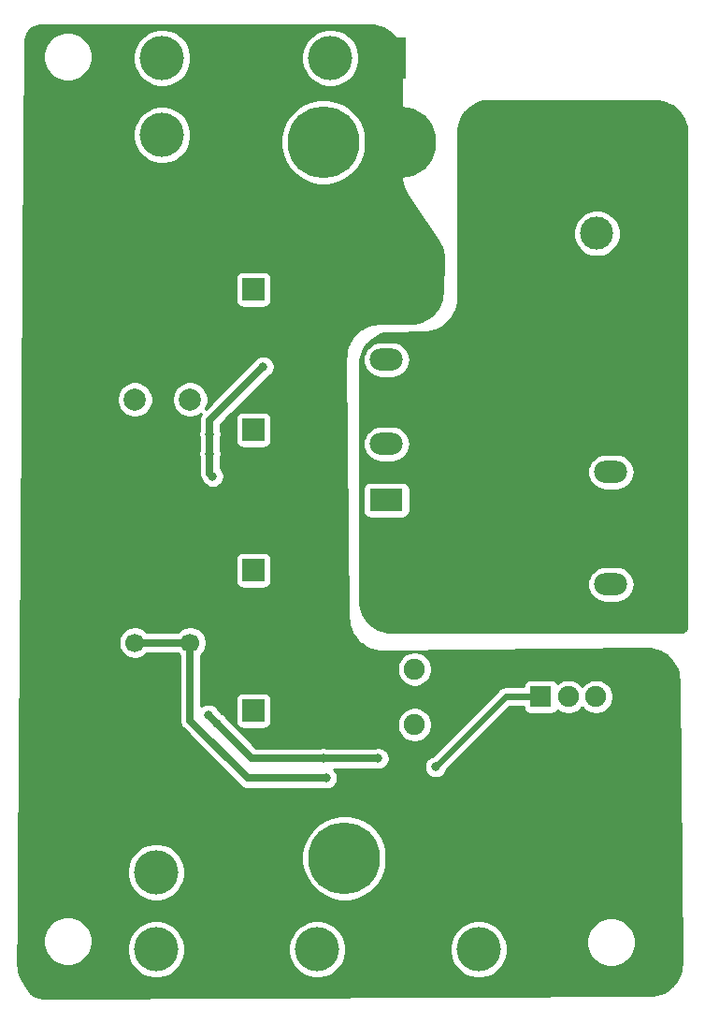
<source format=gbr>
G04 #@! TF.GenerationSoftware,KiCad,Pcbnew,(5.1.0-0)*
G04 #@! TF.CreationDate,2019-04-24T02:20:35-07:00*
G04 #@! TF.ProjectId,power board,706f7765-7220-4626-9f61-72642e6b6963,rev?*
G04 #@! TF.SameCoordinates,Original*
G04 #@! TF.FileFunction,Copper,L2,Bot*
G04 #@! TF.FilePolarity,Positive*
%FSLAX46Y46*%
G04 Gerber Fmt 4.6, Leading zero omitted, Abs format (unit mm)*
G04 Created by KiCad (PCBNEW (5.1.0-0)) date 2019-04-24 02:20:35*
%MOMM*%
%LPD*%
G04 APERTURE LIST*
%ADD10C,2.000000*%
%ADD11C,1.910000*%
%ADD12R,1.910000X1.910000*%
%ADD13C,1.900000*%
%ADD14R,1.900000X1.900000*%
%ADD15C,6.500000*%
%ADD16O,3.000000X2.000000*%
%ADD17R,3.000000X2.000000*%
%ADD18C,3.000000*%
%ADD19C,1.700000*%
%ADD20C,4.000000*%
%ADD21R,3.800000X3.800000*%
%ADD22R,2.000000X2.000000*%
%ADD23C,0.800000*%
%ADD24C,0.700000*%
%ADD25C,0.600000*%
%ADD26C,0.254000*%
G04 APERTURE END LIST*
D10*
X33100000Y-69000000D03*
X38100000Y-69000000D03*
D11*
X58420000Y-98425000D03*
X58420000Y-93395800D03*
D12*
X58445400Y-95935800D03*
D13*
X74850000Y-95885000D03*
X72350000Y-95885000D03*
D14*
X69850000Y-95885000D03*
D15*
X50165000Y-45720000D03*
X57115000Y-45720000D03*
D16*
X55880000Y-65405000D03*
X76200000Y-75565000D03*
D17*
X55880000Y-78105000D03*
D16*
X55880000Y-73025000D03*
X76200000Y-85725000D03*
X76200000Y-65405000D03*
D18*
X74930000Y-47625000D03*
X74930000Y-53975000D03*
D19*
X33100000Y-91000000D03*
X38100000Y-91000000D03*
D15*
X52070000Y-110490000D03*
X59020000Y-110490000D03*
D20*
X35560000Y-45085000D03*
D21*
X40560000Y-45085000D03*
D20*
X35005000Y-111760000D03*
D21*
X40005000Y-111760000D03*
D20*
X49610000Y-118745000D03*
D21*
X54610000Y-118745000D03*
D20*
X35560000Y-38100000D03*
D21*
X40560000Y-38100000D03*
D20*
X64215000Y-118745000D03*
D21*
X69215000Y-118745000D03*
D20*
X35005000Y-118745000D03*
D21*
X40005000Y-118745000D03*
D20*
X50800000Y-38100000D03*
D21*
X55800000Y-38100000D03*
D10*
X48815000Y-59055000D03*
D22*
X43815000Y-59055000D03*
D10*
X48815000Y-84455000D03*
D22*
X43815000Y-84455000D03*
D10*
X48815000Y-71755000D03*
D22*
X43815000Y-71755000D03*
D10*
X48815000Y-97155000D03*
D22*
X43815000Y-97155000D03*
D23*
X44704000Y-66040000D03*
X40132000Y-75946000D03*
X39878000Y-73914000D03*
X39878000Y-72136000D03*
X50419000Y-103251000D03*
X60325000Y-102235000D03*
X55118000Y-101473000D03*
X39751000Y-97536000D03*
X40513000Y-98298000D03*
X50165000Y-101473000D03*
D24*
X33100000Y-91000000D02*
X38100000Y-91000000D01*
X39878000Y-75692000D02*
X40132000Y-75946000D01*
X44704000Y-66040000D02*
X39878000Y-70866000D01*
X39878000Y-73914000D02*
X39878000Y-75692000D01*
X39878000Y-73025000D02*
X39878000Y-72136000D01*
X39878000Y-70866000D02*
X39878000Y-73025000D01*
X39878000Y-73025000D02*
X39878000Y-73914000D01*
X38100000Y-98044000D02*
X43307000Y-103251000D01*
X38100000Y-91000000D02*
X38100000Y-98044000D01*
X43307000Y-103251000D02*
X50419000Y-103251000D01*
D25*
X66675000Y-95885000D02*
X60325000Y-102235000D01*
X69850000Y-95885000D02*
X66675000Y-95885000D01*
D24*
X40513000Y-98298000D02*
X39751000Y-97536000D01*
X43688000Y-101473000D02*
X41148000Y-98933000D01*
X41148000Y-98933000D02*
X40513000Y-98298000D01*
X55118000Y-101473000D02*
X50165000Y-101473000D01*
X50165000Y-101473000D02*
X43688000Y-101473000D01*
D26*
G36*
X80190140Y-42027925D02*
G01*
X80514681Y-42047102D01*
X80831530Y-42101820D01*
X81140283Y-42191603D01*
X81437058Y-42315322D01*
X81718158Y-42471435D01*
X81980049Y-42657983D01*
X82219455Y-42872629D01*
X82433367Y-43112675D01*
X82619124Y-43375138D01*
X82774380Y-43656697D01*
X82897204Y-43953859D01*
X82986049Y-44262876D01*
X83039807Y-44579894D01*
X83058000Y-44904480D01*
X83058000Y-89526672D01*
X83039631Y-89666197D01*
X82988990Y-89788454D01*
X82908436Y-89893436D01*
X82803454Y-89973990D01*
X82681197Y-90024631D01*
X82541672Y-90043000D01*
X56343560Y-90043000D01*
X56018354Y-90024737D01*
X55700734Y-89970772D01*
X55391182Y-89881591D01*
X55093532Y-89758300D01*
X54811579Y-89602471D01*
X54548844Y-89416049D01*
X54308624Y-89201376D01*
X54093951Y-88961156D01*
X53907529Y-88698421D01*
X53751700Y-88416468D01*
X53628409Y-88118818D01*
X53539228Y-87809266D01*
X53485263Y-87491646D01*
X53467000Y-87166440D01*
X53467000Y-85725000D01*
X74057089Y-85725000D01*
X74088657Y-86045516D01*
X74182148Y-86353715D01*
X74333969Y-86637752D01*
X74538286Y-86886714D01*
X74787248Y-87091031D01*
X75071285Y-87242852D01*
X75379484Y-87336343D01*
X75619678Y-87360000D01*
X76780322Y-87360000D01*
X77020516Y-87336343D01*
X77328715Y-87242852D01*
X77612752Y-87091031D01*
X77861714Y-86886714D01*
X78066031Y-86637752D01*
X78217852Y-86353715D01*
X78311343Y-86045516D01*
X78342911Y-85725000D01*
X78311343Y-85404484D01*
X78217852Y-85096285D01*
X78066031Y-84812248D01*
X77861714Y-84563286D01*
X77612752Y-84358969D01*
X77328715Y-84207148D01*
X77020516Y-84113657D01*
X76780322Y-84090000D01*
X75619678Y-84090000D01*
X75379484Y-84113657D01*
X75071285Y-84207148D01*
X74787248Y-84358969D01*
X74538286Y-84563286D01*
X74333969Y-84812248D01*
X74182148Y-85096285D01*
X74088657Y-85404484D01*
X74057089Y-85725000D01*
X53467000Y-85725000D01*
X53467000Y-77105000D01*
X53741928Y-77105000D01*
X53741928Y-79105000D01*
X53754188Y-79229482D01*
X53790498Y-79349180D01*
X53849463Y-79459494D01*
X53928815Y-79556185D01*
X54025506Y-79635537D01*
X54135820Y-79694502D01*
X54255518Y-79730812D01*
X54380000Y-79743072D01*
X57380000Y-79743072D01*
X57504482Y-79730812D01*
X57624180Y-79694502D01*
X57734494Y-79635537D01*
X57831185Y-79556185D01*
X57910537Y-79459494D01*
X57969502Y-79349180D01*
X58005812Y-79229482D01*
X58018072Y-79105000D01*
X58018072Y-77105000D01*
X58005812Y-76980518D01*
X57969502Y-76860820D01*
X57910537Y-76750506D01*
X57831185Y-76653815D01*
X57734494Y-76574463D01*
X57624180Y-76515498D01*
X57504482Y-76479188D01*
X57380000Y-76466928D01*
X54380000Y-76466928D01*
X54255518Y-76479188D01*
X54135820Y-76515498D01*
X54025506Y-76574463D01*
X53928815Y-76653815D01*
X53849463Y-76750506D01*
X53790498Y-76860820D01*
X53754188Y-76980518D01*
X53741928Y-77105000D01*
X53467000Y-77105000D01*
X53467000Y-75565000D01*
X74057089Y-75565000D01*
X74088657Y-75885516D01*
X74182148Y-76193715D01*
X74333969Y-76477752D01*
X74538286Y-76726714D01*
X74787248Y-76931031D01*
X75071285Y-77082852D01*
X75379484Y-77176343D01*
X75619678Y-77200000D01*
X76780322Y-77200000D01*
X77020516Y-77176343D01*
X77328715Y-77082852D01*
X77612752Y-76931031D01*
X77861714Y-76726714D01*
X78066031Y-76477752D01*
X78217852Y-76193715D01*
X78311343Y-75885516D01*
X78342911Y-75565000D01*
X78311343Y-75244484D01*
X78217852Y-74936285D01*
X78066031Y-74652248D01*
X77861714Y-74403286D01*
X77612752Y-74198969D01*
X77328715Y-74047148D01*
X77020516Y-73953657D01*
X76780322Y-73930000D01*
X75619678Y-73930000D01*
X75379484Y-73953657D01*
X75071285Y-74047148D01*
X74787248Y-74198969D01*
X74538286Y-74403286D01*
X74333969Y-74652248D01*
X74182148Y-74936285D01*
X74088657Y-75244484D01*
X74057089Y-75565000D01*
X53467000Y-75565000D01*
X53467000Y-73025000D01*
X53737089Y-73025000D01*
X53768657Y-73345516D01*
X53862148Y-73653715D01*
X54013969Y-73937752D01*
X54218286Y-74186714D01*
X54467248Y-74391031D01*
X54751285Y-74542852D01*
X55059484Y-74636343D01*
X55299678Y-74660000D01*
X56460322Y-74660000D01*
X56700516Y-74636343D01*
X57008715Y-74542852D01*
X57292752Y-74391031D01*
X57541714Y-74186714D01*
X57746031Y-73937752D01*
X57897852Y-73653715D01*
X57991343Y-73345516D01*
X58022911Y-73025000D01*
X57991343Y-72704484D01*
X57897852Y-72396285D01*
X57746031Y-72112248D01*
X57541714Y-71863286D01*
X57292752Y-71658969D01*
X57008715Y-71507148D01*
X56700516Y-71413657D01*
X56460322Y-71390000D01*
X55299678Y-71390000D01*
X55059484Y-71413657D01*
X54751285Y-71507148D01*
X54467248Y-71658969D01*
X54218286Y-71863286D01*
X54013969Y-72112248D01*
X53862148Y-72396285D01*
X53768657Y-72704484D01*
X53737089Y-73025000D01*
X53467000Y-73025000D01*
X53467000Y-65847194D01*
X53485098Y-65523456D01*
X53505131Y-65405000D01*
X53737089Y-65405000D01*
X53768657Y-65725516D01*
X53862148Y-66033715D01*
X54013969Y-66317752D01*
X54218286Y-66566714D01*
X54467248Y-66771031D01*
X54751285Y-66922852D01*
X55059484Y-67016343D01*
X55299678Y-67040000D01*
X56460322Y-67040000D01*
X56700516Y-67016343D01*
X57008715Y-66922852D01*
X57292752Y-66771031D01*
X57541714Y-66566714D01*
X57746031Y-66317752D01*
X57897852Y-66033715D01*
X57991343Y-65725516D01*
X58022911Y-65405000D01*
X57991343Y-65084484D01*
X57897852Y-64776285D01*
X57746031Y-64492248D01*
X57541714Y-64243286D01*
X57292752Y-64038969D01*
X57008715Y-63887148D01*
X56700516Y-63793657D01*
X56460322Y-63770000D01*
X55299678Y-63770000D01*
X55059484Y-63793657D01*
X54751285Y-63887148D01*
X54467248Y-64038969D01*
X54218286Y-64243286D01*
X54013969Y-64492248D01*
X53862148Y-64776285D01*
X53768657Y-65084484D01*
X53737089Y-65405000D01*
X53505131Y-65405000D01*
X53538576Y-65207243D01*
X53626961Y-64898973D01*
X53749156Y-64602472D01*
X53903639Y-64321434D01*
X54088480Y-64059370D01*
X54301379Y-63819539D01*
X54539683Y-63604933D01*
X54800432Y-63418216D01*
X55080342Y-63261739D01*
X55375977Y-63137424D01*
X55683608Y-63046839D01*
X55999419Y-62991106D01*
X56323019Y-62970696D01*
X59252335Y-62949773D01*
X59259422Y-62949524D01*
X59593652Y-62928443D01*
X59607729Y-62926762D01*
X59937528Y-62868561D01*
X59951330Y-62865322D01*
X60272586Y-62770725D01*
X60285942Y-62765968D01*
X60594653Y-62636154D01*
X60607394Y-62629937D01*
X60899713Y-62466523D01*
X60911683Y-62458926D01*
X61183967Y-62263950D01*
X61195015Y-62255065D01*
X61443871Y-62030955D01*
X61453860Y-62020894D01*
X61676186Y-61770444D01*
X61684991Y-61759333D01*
X61878018Y-61485663D01*
X61885530Y-61473640D01*
X62046851Y-61180162D01*
X62052976Y-61167376D01*
X62180582Y-60857745D01*
X62185244Y-60844356D01*
X62277544Y-60522432D01*
X62280685Y-60508608D01*
X62336530Y-60178402D01*
X62338110Y-60164312D01*
X62356802Y-59829940D01*
X62357000Y-59822852D01*
X62357000Y-53764721D01*
X72795000Y-53764721D01*
X72795000Y-54185279D01*
X72877047Y-54597756D01*
X73037988Y-54986302D01*
X73271637Y-55335983D01*
X73569017Y-55633363D01*
X73918698Y-55867012D01*
X74307244Y-56027953D01*
X74719721Y-56110000D01*
X75140279Y-56110000D01*
X75552756Y-56027953D01*
X75941302Y-55867012D01*
X76290983Y-55633363D01*
X76588363Y-55335983D01*
X76822012Y-54986302D01*
X76982953Y-54597756D01*
X77065000Y-54185279D01*
X77065000Y-53764721D01*
X76982953Y-53352244D01*
X76822012Y-52963698D01*
X76588363Y-52614017D01*
X76290983Y-52316637D01*
X75941302Y-52082988D01*
X75552756Y-51922047D01*
X75140279Y-51840000D01*
X74719721Y-51840000D01*
X74307244Y-51922047D01*
X73918698Y-52082988D01*
X73569017Y-52316637D01*
X73271637Y-52614017D01*
X73037988Y-52963698D01*
X72877047Y-53352244D01*
X72795000Y-53764721D01*
X62357000Y-53764721D01*
X62357000Y-44859168D01*
X62375333Y-44533342D01*
X62429505Y-44215136D01*
X62519031Y-43905017D01*
X62642778Y-43606903D01*
X62799185Y-43324555D01*
X62986289Y-43061522D01*
X63201701Y-42821156D01*
X63442731Y-42606462D01*
X63706322Y-42420162D01*
X63989141Y-42264612D01*
X64287633Y-42141767D01*
X64598019Y-42053182D01*
X64916388Y-41999975D01*
X65242276Y-41982628D01*
X80190140Y-42027925D01*
X80190140Y-42027925D01*
G37*
X80190140Y-42027925D02*
X80514681Y-42047102D01*
X80831530Y-42101820D01*
X81140283Y-42191603D01*
X81437058Y-42315322D01*
X81718158Y-42471435D01*
X81980049Y-42657983D01*
X82219455Y-42872629D01*
X82433367Y-43112675D01*
X82619124Y-43375138D01*
X82774380Y-43656697D01*
X82897204Y-43953859D01*
X82986049Y-44262876D01*
X83039807Y-44579894D01*
X83058000Y-44904480D01*
X83058000Y-89526672D01*
X83039631Y-89666197D01*
X82988990Y-89788454D01*
X82908436Y-89893436D01*
X82803454Y-89973990D01*
X82681197Y-90024631D01*
X82541672Y-90043000D01*
X56343560Y-90043000D01*
X56018354Y-90024737D01*
X55700734Y-89970772D01*
X55391182Y-89881591D01*
X55093532Y-89758300D01*
X54811579Y-89602471D01*
X54548844Y-89416049D01*
X54308624Y-89201376D01*
X54093951Y-88961156D01*
X53907529Y-88698421D01*
X53751700Y-88416468D01*
X53628409Y-88118818D01*
X53539228Y-87809266D01*
X53485263Y-87491646D01*
X53467000Y-87166440D01*
X53467000Y-85725000D01*
X74057089Y-85725000D01*
X74088657Y-86045516D01*
X74182148Y-86353715D01*
X74333969Y-86637752D01*
X74538286Y-86886714D01*
X74787248Y-87091031D01*
X75071285Y-87242852D01*
X75379484Y-87336343D01*
X75619678Y-87360000D01*
X76780322Y-87360000D01*
X77020516Y-87336343D01*
X77328715Y-87242852D01*
X77612752Y-87091031D01*
X77861714Y-86886714D01*
X78066031Y-86637752D01*
X78217852Y-86353715D01*
X78311343Y-86045516D01*
X78342911Y-85725000D01*
X78311343Y-85404484D01*
X78217852Y-85096285D01*
X78066031Y-84812248D01*
X77861714Y-84563286D01*
X77612752Y-84358969D01*
X77328715Y-84207148D01*
X77020516Y-84113657D01*
X76780322Y-84090000D01*
X75619678Y-84090000D01*
X75379484Y-84113657D01*
X75071285Y-84207148D01*
X74787248Y-84358969D01*
X74538286Y-84563286D01*
X74333969Y-84812248D01*
X74182148Y-85096285D01*
X74088657Y-85404484D01*
X74057089Y-85725000D01*
X53467000Y-85725000D01*
X53467000Y-77105000D01*
X53741928Y-77105000D01*
X53741928Y-79105000D01*
X53754188Y-79229482D01*
X53790498Y-79349180D01*
X53849463Y-79459494D01*
X53928815Y-79556185D01*
X54025506Y-79635537D01*
X54135820Y-79694502D01*
X54255518Y-79730812D01*
X54380000Y-79743072D01*
X57380000Y-79743072D01*
X57504482Y-79730812D01*
X57624180Y-79694502D01*
X57734494Y-79635537D01*
X57831185Y-79556185D01*
X57910537Y-79459494D01*
X57969502Y-79349180D01*
X58005812Y-79229482D01*
X58018072Y-79105000D01*
X58018072Y-77105000D01*
X58005812Y-76980518D01*
X57969502Y-76860820D01*
X57910537Y-76750506D01*
X57831185Y-76653815D01*
X57734494Y-76574463D01*
X57624180Y-76515498D01*
X57504482Y-76479188D01*
X57380000Y-76466928D01*
X54380000Y-76466928D01*
X54255518Y-76479188D01*
X54135820Y-76515498D01*
X54025506Y-76574463D01*
X53928815Y-76653815D01*
X53849463Y-76750506D01*
X53790498Y-76860820D01*
X53754188Y-76980518D01*
X53741928Y-77105000D01*
X53467000Y-77105000D01*
X53467000Y-75565000D01*
X74057089Y-75565000D01*
X74088657Y-75885516D01*
X74182148Y-76193715D01*
X74333969Y-76477752D01*
X74538286Y-76726714D01*
X74787248Y-76931031D01*
X75071285Y-77082852D01*
X75379484Y-77176343D01*
X75619678Y-77200000D01*
X76780322Y-77200000D01*
X77020516Y-77176343D01*
X77328715Y-77082852D01*
X77612752Y-76931031D01*
X77861714Y-76726714D01*
X78066031Y-76477752D01*
X78217852Y-76193715D01*
X78311343Y-75885516D01*
X78342911Y-75565000D01*
X78311343Y-75244484D01*
X78217852Y-74936285D01*
X78066031Y-74652248D01*
X77861714Y-74403286D01*
X77612752Y-74198969D01*
X77328715Y-74047148D01*
X77020516Y-73953657D01*
X76780322Y-73930000D01*
X75619678Y-73930000D01*
X75379484Y-73953657D01*
X75071285Y-74047148D01*
X74787248Y-74198969D01*
X74538286Y-74403286D01*
X74333969Y-74652248D01*
X74182148Y-74936285D01*
X74088657Y-75244484D01*
X74057089Y-75565000D01*
X53467000Y-75565000D01*
X53467000Y-73025000D01*
X53737089Y-73025000D01*
X53768657Y-73345516D01*
X53862148Y-73653715D01*
X54013969Y-73937752D01*
X54218286Y-74186714D01*
X54467248Y-74391031D01*
X54751285Y-74542852D01*
X55059484Y-74636343D01*
X55299678Y-74660000D01*
X56460322Y-74660000D01*
X56700516Y-74636343D01*
X57008715Y-74542852D01*
X57292752Y-74391031D01*
X57541714Y-74186714D01*
X57746031Y-73937752D01*
X57897852Y-73653715D01*
X57991343Y-73345516D01*
X58022911Y-73025000D01*
X57991343Y-72704484D01*
X57897852Y-72396285D01*
X57746031Y-72112248D01*
X57541714Y-71863286D01*
X57292752Y-71658969D01*
X57008715Y-71507148D01*
X56700516Y-71413657D01*
X56460322Y-71390000D01*
X55299678Y-71390000D01*
X55059484Y-71413657D01*
X54751285Y-71507148D01*
X54467248Y-71658969D01*
X54218286Y-71863286D01*
X54013969Y-72112248D01*
X53862148Y-72396285D01*
X53768657Y-72704484D01*
X53737089Y-73025000D01*
X53467000Y-73025000D01*
X53467000Y-65847194D01*
X53485098Y-65523456D01*
X53505131Y-65405000D01*
X53737089Y-65405000D01*
X53768657Y-65725516D01*
X53862148Y-66033715D01*
X54013969Y-66317752D01*
X54218286Y-66566714D01*
X54467248Y-66771031D01*
X54751285Y-66922852D01*
X55059484Y-67016343D01*
X55299678Y-67040000D01*
X56460322Y-67040000D01*
X56700516Y-67016343D01*
X57008715Y-66922852D01*
X57292752Y-66771031D01*
X57541714Y-66566714D01*
X57746031Y-66317752D01*
X57897852Y-66033715D01*
X57991343Y-65725516D01*
X58022911Y-65405000D01*
X57991343Y-65084484D01*
X57897852Y-64776285D01*
X57746031Y-64492248D01*
X57541714Y-64243286D01*
X57292752Y-64038969D01*
X57008715Y-63887148D01*
X56700516Y-63793657D01*
X56460322Y-63770000D01*
X55299678Y-63770000D01*
X55059484Y-63793657D01*
X54751285Y-63887148D01*
X54467248Y-64038969D01*
X54218286Y-64243286D01*
X54013969Y-64492248D01*
X53862148Y-64776285D01*
X53768657Y-65084484D01*
X53737089Y-65405000D01*
X53505131Y-65405000D01*
X53538576Y-65207243D01*
X53626961Y-64898973D01*
X53749156Y-64602472D01*
X53903639Y-64321434D01*
X54088480Y-64059370D01*
X54301379Y-63819539D01*
X54539683Y-63604933D01*
X54800432Y-63418216D01*
X55080342Y-63261739D01*
X55375977Y-63137424D01*
X55683608Y-63046839D01*
X55999419Y-62991106D01*
X56323019Y-62970696D01*
X59252335Y-62949773D01*
X59259422Y-62949524D01*
X59593652Y-62928443D01*
X59607729Y-62926762D01*
X59937528Y-62868561D01*
X59951330Y-62865322D01*
X60272586Y-62770725D01*
X60285942Y-62765968D01*
X60594653Y-62636154D01*
X60607394Y-62629937D01*
X60899713Y-62466523D01*
X60911683Y-62458926D01*
X61183967Y-62263950D01*
X61195015Y-62255065D01*
X61443871Y-62030955D01*
X61453860Y-62020894D01*
X61676186Y-61770444D01*
X61684991Y-61759333D01*
X61878018Y-61485663D01*
X61885530Y-61473640D01*
X62046851Y-61180162D01*
X62052976Y-61167376D01*
X62180582Y-60857745D01*
X62185244Y-60844356D01*
X62277544Y-60522432D01*
X62280685Y-60508608D01*
X62336530Y-60178402D01*
X62338110Y-60164312D01*
X62356802Y-59829940D01*
X62357000Y-59822852D01*
X62357000Y-53764721D01*
X72795000Y-53764721D01*
X72795000Y-54185279D01*
X72877047Y-54597756D01*
X73037988Y-54986302D01*
X73271637Y-55335983D01*
X73569017Y-55633363D01*
X73918698Y-55867012D01*
X74307244Y-56027953D01*
X74719721Y-56110000D01*
X75140279Y-56110000D01*
X75552756Y-56027953D01*
X75941302Y-55867012D01*
X76290983Y-55633363D01*
X76588363Y-55335983D01*
X76822012Y-54986302D01*
X76982953Y-54597756D01*
X77065000Y-54185279D01*
X77065000Y-53764721D01*
X76982953Y-53352244D01*
X76822012Y-52963698D01*
X76588363Y-52614017D01*
X76290983Y-52316637D01*
X75941302Y-52082988D01*
X75552756Y-51922047D01*
X75140279Y-51840000D01*
X74719721Y-51840000D01*
X74307244Y-51922047D01*
X73918698Y-52082988D01*
X73569017Y-52316637D01*
X73271637Y-52614017D01*
X73037988Y-52963698D01*
X72877047Y-53352244D01*
X72795000Y-53764721D01*
X62357000Y-53764721D01*
X62357000Y-44859168D01*
X62375333Y-44533342D01*
X62429505Y-44215136D01*
X62519031Y-43905017D01*
X62642778Y-43606903D01*
X62799185Y-43324555D01*
X62986289Y-43061522D01*
X63201701Y-42821156D01*
X63442731Y-42606462D01*
X63706322Y-42420162D01*
X63989141Y-42264612D01*
X64287633Y-42141767D01*
X64598019Y-42053182D01*
X64916388Y-41999975D01*
X65242276Y-41982628D01*
X80190140Y-42027925D01*
G36*
X54648242Y-35179065D02*
G01*
X54965862Y-35233030D01*
X55275414Y-35322211D01*
X55573064Y-35445502D01*
X55855017Y-35601331D01*
X56117752Y-35787753D01*
X56357972Y-36002426D01*
X56572645Y-36242646D01*
X56759067Y-36505381D01*
X56914896Y-36787334D01*
X57038187Y-37084984D01*
X57127368Y-37394536D01*
X57181333Y-37712156D01*
X57199596Y-38037362D01*
X57199596Y-48730475D01*
X57199815Y-48737938D01*
X57220536Y-49089927D01*
X57222288Y-49104751D01*
X57284164Y-49451878D01*
X57287642Y-49466394D01*
X57389820Y-49803863D01*
X57394978Y-49817870D01*
X57536045Y-50141019D01*
X57542810Y-50154324D01*
X57720817Y-50458691D01*
X57724775Y-50465023D01*
X60501495Y-54630102D01*
X60680573Y-54938112D01*
X60819057Y-55262128D01*
X60916827Y-55600654D01*
X60972421Y-55948621D01*
X60985134Y-56304665D01*
X60908208Y-59299991D01*
X60878881Y-59643757D01*
X60809760Y-59977939D01*
X60701506Y-60301552D01*
X60555641Y-60610050D01*
X60374226Y-60899073D01*
X60159815Y-61164551D01*
X59915445Y-61402726D01*
X59644552Y-61610249D01*
X59350967Y-61784183D01*
X59038825Y-61922080D01*
X58712531Y-62021993D01*
X58376701Y-62082508D01*
X58032279Y-62103000D01*
X55279083Y-62103000D01*
X55271913Y-62103203D01*
X54933726Y-62122326D01*
X54919478Y-62123942D01*
X54585603Y-62181066D01*
X54571628Y-62184278D01*
X54246320Y-62278675D01*
X54232796Y-62283443D01*
X53920203Y-62413911D01*
X53907303Y-62420172D01*
X53611410Y-62585046D01*
X53599298Y-62592722D01*
X53323878Y-62789900D01*
X53312709Y-62798892D01*
X53061271Y-63025862D01*
X53051186Y-63036056D01*
X52826938Y-63289923D01*
X52818066Y-63301189D01*
X52623865Y-63578718D01*
X52616321Y-63590912D01*
X52454643Y-63888563D01*
X52448521Y-63901530D01*
X52321428Y-64215510D01*
X52316806Y-64229084D01*
X52225918Y-64555389D01*
X52222857Y-64569398D01*
X52169332Y-64903870D01*
X52167869Y-64918134D01*
X52152390Y-65256507D01*
X52152264Y-65263679D01*
X52404796Y-88709492D01*
X52405073Y-88716610D01*
X52427550Y-89052252D01*
X52429296Y-89066385D01*
X52489208Y-89397401D01*
X52492526Y-89411249D01*
X52589120Y-89733477D01*
X52593968Y-89746868D01*
X52726030Y-90056256D01*
X52732346Y-90069019D01*
X52898216Y-90361676D01*
X52905921Y-90373652D01*
X53103512Y-90645900D01*
X53112510Y-90656938D01*
X53339338Y-90905353D01*
X53349515Y-90915315D01*
X53602729Y-91136774D01*
X53613957Y-91145533D01*
X53890372Y-91337251D01*
X53902510Y-91344698D01*
X54198651Y-91504264D01*
X54211547Y-91510306D01*
X54523691Y-91635715D01*
X54537182Y-91640274D01*
X54861404Y-91729949D01*
X54875321Y-91732970D01*
X55207544Y-91785782D01*
X55221711Y-91787226D01*
X55557758Y-91802512D01*
X55564880Y-91802636D01*
X79405285Y-91549015D01*
X79730799Y-91563831D01*
X80049082Y-91614452D01*
X80359685Y-91700403D01*
X80658711Y-91820604D01*
X80942389Y-91973540D01*
X81207146Y-92157282D01*
X81449672Y-92369537D01*
X81666890Y-92607612D01*
X81856072Y-92868512D01*
X82014847Y-93148973D01*
X82141207Y-93445446D01*
X82233565Y-93754206D01*
X82290760Y-94071371D01*
X82312305Y-94396497D01*
X82569276Y-119965116D01*
X82554183Y-120291446D01*
X82503102Y-120610504D01*
X82416519Y-120921796D01*
X82295523Y-121221406D01*
X82141645Y-121505538D01*
X81956842Y-121770580D01*
X81743441Y-122013196D01*
X81504146Y-122230313D01*
X81241974Y-122419192D01*
X80960265Y-122577426D01*
X80662558Y-122703030D01*
X80352627Y-122794407D01*
X80034409Y-122850401D01*
X79708324Y-122870527D01*
X25405002Y-123162481D01*
X24684844Y-123093771D01*
X24096528Y-122921179D01*
X23950450Y-122844878D01*
X23706655Y-122670675D01*
X23489365Y-122464365D01*
X23302762Y-122229916D01*
X23148209Y-121968048D01*
X22833552Y-121338734D01*
X22700756Y-121029561D01*
X22605659Y-120710627D01*
X22548087Y-120382847D01*
X22528596Y-120046913D01*
X22528596Y-118865859D01*
X22528687Y-118842730D01*
X22537055Y-117779872D01*
X24765000Y-117779872D01*
X24765000Y-118220128D01*
X24850890Y-118651925D01*
X25019369Y-119058669D01*
X25263962Y-119424729D01*
X25575271Y-119736038D01*
X25941331Y-119980631D01*
X26348075Y-120149110D01*
X26779872Y-120235000D01*
X27220128Y-120235000D01*
X27651925Y-120149110D01*
X28058669Y-119980631D01*
X28424729Y-119736038D01*
X28736038Y-119424729D01*
X28980631Y-119058669D01*
X29149110Y-118651925D01*
X29182219Y-118485475D01*
X32370000Y-118485475D01*
X32370000Y-119004525D01*
X32471261Y-119513601D01*
X32669893Y-119993141D01*
X32958262Y-120424715D01*
X33325285Y-120791738D01*
X33756859Y-121080107D01*
X34236399Y-121278739D01*
X34745475Y-121380000D01*
X35264525Y-121380000D01*
X35773601Y-121278739D01*
X36253141Y-121080107D01*
X36684715Y-120791738D01*
X37051738Y-120424715D01*
X37340107Y-119993141D01*
X37538739Y-119513601D01*
X37640000Y-119004525D01*
X37640000Y-118485475D01*
X46975000Y-118485475D01*
X46975000Y-119004525D01*
X47076261Y-119513601D01*
X47274893Y-119993141D01*
X47563262Y-120424715D01*
X47930285Y-120791738D01*
X48361859Y-121080107D01*
X48841399Y-121278739D01*
X49350475Y-121380000D01*
X49869525Y-121380000D01*
X50378601Y-121278739D01*
X50858141Y-121080107D01*
X51289715Y-120791738D01*
X51656738Y-120424715D01*
X51945107Y-119993141D01*
X52143739Y-119513601D01*
X52245000Y-119004525D01*
X52245000Y-118485475D01*
X61580000Y-118485475D01*
X61580000Y-119004525D01*
X61681261Y-119513601D01*
X61879893Y-119993141D01*
X62168262Y-120424715D01*
X62535285Y-120791738D01*
X62966859Y-121080107D01*
X63446399Y-121278739D01*
X63955475Y-121380000D01*
X64474525Y-121380000D01*
X64983601Y-121278739D01*
X65463141Y-121080107D01*
X65894715Y-120791738D01*
X66261738Y-120424715D01*
X66550107Y-119993141D01*
X66748739Y-119513601D01*
X66850000Y-119004525D01*
X66850000Y-118485475D01*
X66748739Y-117976399D01*
X66712899Y-117889872D01*
X73965000Y-117889872D01*
X73965000Y-118330128D01*
X74050890Y-118761925D01*
X74219369Y-119168669D01*
X74463962Y-119534729D01*
X74775271Y-119846038D01*
X75141331Y-120090631D01*
X75548075Y-120259110D01*
X75979872Y-120345000D01*
X76420128Y-120345000D01*
X76851925Y-120259110D01*
X77258669Y-120090631D01*
X77624729Y-119846038D01*
X77936038Y-119534729D01*
X78180631Y-119168669D01*
X78349110Y-118761925D01*
X78435000Y-118330128D01*
X78435000Y-117889872D01*
X78349110Y-117458075D01*
X78180631Y-117051331D01*
X77936038Y-116685271D01*
X77624729Y-116373962D01*
X77258669Y-116129369D01*
X76851925Y-115960890D01*
X76420128Y-115875000D01*
X75979872Y-115875000D01*
X75548075Y-115960890D01*
X75141331Y-116129369D01*
X74775271Y-116373962D01*
X74463962Y-116685271D01*
X74219369Y-117051331D01*
X74050890Y-117458075D01*
X73965000Y-117889872D01*
X66712899Y-117889872D01*
X66550107Y-117496859D01*
X66261738Y-117065285D01*
X65894715Y-116698262D01*
X65463141Y-116409893D01*
X64983601Y-116211261D01*
X64474525Y-116110000D01*
X63955475Y-116110000D01*
X63446399Y-116211261D01*
X62966859Y-116409893D01*
X62535285Y-116698262D01*
X62168262Y-117065285D01*
X61879893Y-117496859D01*
X61681261Y-117976399D01*
X61580000Y-118485475D01*
X52245000Y-118485475D01*
X52143739Y-117976399D01*
X51945107Y-117496859D01*
X51656738Y-117065285D01*
X51289715Y-116698262D01*
X50858141Y-116409893D01*
X50378601Y-116211261D01*
X49869525Y-116110000D01*
X49350475Y-116110000D01*
X48841399Y-116211261D01*
X48361859Y-116409893D01*
X47930285Y-116698262D01*
X47563262Y-117065285D01*
X47274893Y-117496859D01*
X47076261Y-117976399D01*
X46975000Y-118485475D01*
X37640000Y-118485475D01*
X37538739Y-117976399D01*
X37340107Y-117496859D01*
X37051738Y-117065285D01*
X36684715Y-116698262D01*
X36253141Y-116409893D01*
X35773601Y-116211261D01*
X35264525Y-116110000D01*
X34745475Y-116110000D01*
X34236399Y-116211261D01*
X33756859Y-116409893D01*
X33325285Y-116698262D01*
X32958262Y-117065285D01*
X32669893Y-117496859D01*
X32471261Y-117976399D01*
X32370000Y-118485475D01*
X29182219Y-118485475D01*
X29235000Y-118220128D01*
X29235000Y-117779872D01*
X29149110Y-117348075D01*
X28980631Y-116941331D01*
X28736038Y-116575271D01*
X28424729Y-116263962D01*
X28058669Y-116019369D01*
X27651925Y-115850890D01*
X27220128Y-115765000D01*
X26779872Y-115765000D01*
X26348075Y-115850890D01*
X25941331Y-116019369D01*
X25575271Y-116263962D01*
X25263962Y-116575271D01*
X25019369Y-116941331D01*
X24850890Y-117348075D01*
X24765000Y-117779872D01*
X22537055Y-117779872D01*
X22586499Y-111500475D01*
X32370000Y-111500475D01*
X32370000Y-112019525D01*
X32471261Y-112528601D01*
X32669893Y-113008141D01*
X32958262Y-113439715D01*
X33325285Y-113806738D01*
X33756859Y-114095107D01*
X34236399Y-114293739D01*
X34745475Y-114395000D01*
X35264525Y-114395000D01*
X35773601Y-114293739D01*
X36253141Y-114095107D01*
X36684715Y-113806738D01*
X37051738Y-113439715D01*
X37340107Y-113008141D01*
X37538739Y-112528601D01*
X37640000Y-112019525D01*
X37640000Y-111500475D01*
X37538739Y-110991399D01*
X37340107Y-110511859D01*
X37069830Y-110107361D01*
X48185000Y-110107361D01*
X48185000Y-110872639D01*
X48334298Y-111623213D01*
X48627158Y-112330238D01*
X49052323Y-112966543D01*
X49593457Y-113507677D01*
X50229762Y-113932842D01*
X50936787Y-114225702D01*
X51687361Y-114375000D01*
X52452639Y-114375000D01*
X53203213Y-114225702D01*
X53910238Y-113932842D01*
X54546543Y-113507677D01*
X55087677Y-112966543D01*
X55512842Y-112330238D01*
X55805702Y-111623213D01*
X55955000Y-110872639D01*
X55955000Y-110107361D01*
X55805702Y-109356787D01*
X55512842Y-108649762D01*
X55087677Y-108013457D01*
X54546543Y-107472323D01*
X53910238Y-107047158D01*
X53203213Y-106754298D01*
X52452639Y-106605000D01*
X51687361Y-106605000D01*
X50936787Y-106754298D01*
X50229762Y-107047158D01*
X49593457Y-107472323D01*
X49052323Y-108013457D01*
X48627158Y-108649762D01*
X48334298Y-109356787D01*
X48185000Y-110107361D01*
X37069830Y-110107361D01*
X37051738Y-110080285D01*
X36684715Y-109713262D01*
X36253141Y-109424893D01*
X35773601Y-109226261D01*
X35264525Y-109125000D01*
X34745475Y-109125000D01*
X34236399Y-109226261D01*
X33756859Y-109424893D01*
X33325285Y-109713262D01*
X32958262Y-110080285D01*
X32669893Y-110511859D01*
X32471261Y-110991399D01*
X32370000Y-111500475D01*
X22586499Y-111500475D01*
X22749072Y-90853740D01*
X31615000Y-90853740D01*
X31615000Y-91146260D01*
X31672068Y-91433158D01*
X31784010Y-91703411D01*
X31946525Y-91946632D01*
X32153368Y-92153475D01*
X32396589Y-92315990D01*
X32666842Y-92427932D01*
X32953740Y-92485000D01*
X33246260Y-92485000D01*
X33533158Y-92427932D01*
X33803411Y-92315990D01*
X34046632Y-92153475D01*
X34215107Y-91985000D01*
X36984893Y-91985000D01*
X37115000Y-92115107D01*
X37115001Y-97995610D01*
X37110235Y-98044000D01*
X37129253Y-98237093D01*
X37185576Y-98422766D01*
X37228152Y-98502419D01*
X37277041Y-98593884D01*
X37400131Y-98743870D01*
X37437711Y-98774711D01*
X42576284Y-103913284D01*
X42607130Y-103950870D01*
X42757116Y-104073960D01*
X42928233Y-104165424D01*
X43113906Y-104221747D01*
X43306999Y-104240765D01*
X43355379Y-104236000D01*
X50092414Y-104236000D01*
X50117102Y-104246226D01*
X50317061Y-104286000D01*
X50520939Y-104286000D01*
X50720898Y-104246226D01*
X50909256Y-104168205D01*
X51078774Y-104054937D01*
X51222937Y-103910774D01*
X51336205Y-103741256D01*
X51414226Y-103552898D01*
X51454000Y-103352939D01*
X51454000Y-103149061D01*
X51414226Y-102949102D01*
X51336205Y-102760744D01*
X51222937Y-102591226D01*
X51089711Y-102458000D01*
X54791414Y-102458000D01*
X54816102Y-102468226D01*
X55016061Y-102508000D01*
X55219939Y-102508000D01*
X55419898Y-102468226D01*
X55608256Y-102390205D01*
X55777774Y-102276937D01*
X55921650Y-102133061D01*
X59290000Y-102133061D01*
X59290000Y-102336939D01*
X59329774Y-102536898D01*
X59407795Y-102725256D01*
X59521063Y-102894774D01*
X59665226Y-103038937D01*
X59834744Y-103152205D01*
X60023102Y-103230226D01*
X60223061Y-103270000D01*
X60426939Y-103270000D01*
X60626898Y-103230226D01*
X60815256Y-103152205D01*
X60984774Y-103038937D01*
X61128937Y-102894774D01*
X61242205Y-102725256D01*
X61302431Y-102579858D01*
X67062290Y-96820000D01*
X68261928Y-96820000D01*
X68261928Y-96835000D01*
X68274188Y-96959482D01*
X68310498Y-97079180D01*
X68369463Y-97189494D01*
X68448815Y-97286185D01*
X68545506Y-97365537D01*
X68655820Y-97424502D01*
X68775518Y-97460812D01*
X68900000Y-97473072D01*
X70800000Y-97473072D01*
X70924482Y-97460812D01*
X71044180Y-97424502D01*
X71154494Y-97365537D01*
X71251185Y-97286185D01*
X71330537Y-97189494D01*
X71361814Y-97130979D01*
X71599221Y-97289609D01*
X71887673Y-97409089D01*
X72193891Y-97470000D01*
X72506109Y-97470000D01*
X72812327Y-97409089D01*
X73100779Y-97289609D01*
X73360379Y-97116150D01*
X73581150Y-96895379D01*
X73600000Y-96867168D01*
X73618850Y-96895379D01*
X73839621Y-97116150D01*
X74099221Y-97289609D01*
X74387673Y-97409089D01*
X74693891Y-97470000D01*
X75006109Y-97470000D01*
X75312327Y-97409089D01*
X75600779Y-97289609D01*
X75860379Y-97116150D01*
X76081150Y-96895379D01*
X76254609Y-96635779D01*
X76374089Y-96347327D01*
X76435000Y-96041109D01*
X76435000Y-95728891D01*
X76374089Y-95422673D01*
X76254609Y-95134221D01*
X76081150Y-94874621D01*
X75860379Y-94653850D01*
X75600779Y-94480391D01*
X75312327Y-94360911D01*
X75006109Y-94300000D01*
X74693891Y-94300000D01*
X74387673Y-94360911D01*
X74099221Y-94480391D01*
X73839621Y-94653850D01*
X73618850Y-94874621D01*
X73600000Y-94902832D01*
X73581150Y-94874621D01*
X73360379Y-94653850D01*
X73100779Y-94480391D01*
X72812327Y-94360911D01*
X72506109Y-94300000D01*
X72193891Y-94300000D01*
X71887673Y-94360911D01*
X71599221Y-94480391D01*
X71361814Y-94639021D01*
X71330537Y-94580506D01*
X71251185Y-94483815D01*
X71154494Y-94404463D01*
X71044180Y-94345498D01*
X70924482Y-94309188D01*
X70800000Y-94296928D01*
X68900000Y-94296928D01*
X68775518Y-94309188D01*
X68655820Y-94345498D01*
X68545506Y-94404463D01*
X68448815Y-94483815D01*
X68369463Y-94580506D01*
X68310498Y-94690820D01*
X68274188Y-94810518D01*
X68261928Y-94935000D01*
X68261928Y-94950000D01*
X66720931Y-94950000D01*
X66674999Y-94945476D01*
X66491707Y-94963529D01*
X66438243Y-94979747D01*
X66315460Y-95016993D01*
X66153028Y-95103814D01*
X66010656Y-95220656D01*
X65981375Y-95256335D01*
X59980142Y-101257569D01*
X59834744Y-101317795D01*
X59665226Y-101431063D01*
X59521063Y-101575226D01*
X59407795Y-101744744D01*
X59329774Y-101933102D01*
X59290000Y-102133061D01*
X55921650Y-102133061D01*
X55921937Y-102132774D01*
X56035205Y-101963256D01*
X56113226Y-101774898D01*
X56153000Y-101574939D01*
X56153000Y-101371061D01*
X56113226Y-101171102D01*
X56035205Y-100982744D01*
X55921937Y-100813226D01*
X55777774Y-100669063D01*
X55608256Y-100555795D01*
X55419898Y-100477774D01*
X55219939Y-100438000D01*
X55016061Y-100438000D01*
X54816102Y-100477774D01*
X54791414Y-100488000D01*
X50491586Y-100488000D01*
X50466898Y-100477774D01*
X50266939Y-100438000D01*
X50063061Y-100438000D01*
X49863102Y-100477774D01*
X49838414Y-100488000D01*
X44096000Y-100488000D01*
X41440431Y-97832431D01*
X41430205Y-97807744D01*
X41316937Y-97638226D01*
X41172774Y-97494063D01*
X41003256Y-97380795D01*
X40978571Y-97370570D01*
X40678430Y-97070430D01*
X40668205Y-97045744D01*
X40554937Y-96876226D01*
X40410774Y-96732063D01*
X40241256Y-96618795D01*
X40052898Y-96540774D01*
X39852939Y-96501000D01*
X39649061Y-96501000D01*
X39449102Y-96540774D01*
X39260744Y-96618795D01*
X39091226Y-96732063D01*
X39085000Y-96738289D01*
X39085000Y-96155000D01*
X42176928Y-96155000D01*
X42176928Y-98155000D01*
X42189188Y-98279482D01*
X42225498Y-98399180D01*
X42284463Y-98509494D01*
X42363815Y-98606185D01*
X42460506Y-98685537D01*
X42570820Y-98744502D01*
X42690518Y-98780812D01*
X42815000Y-98793072D01*
X44815000Y-98793072D01*
X44939482Y-98780812D01*
X45059180Y-98744502D01*
X45169494Y-98685537D01*
X45266185Y-98606185D01*
X45345537Y-98509494D01*
X45404502Y-98399180D01*
X45440812Y-98279482D01*
X45441903Y-98268399D01*
X56830000Y-98268399D01*
X56830000Y-98581601D01*
X56891103Y-98888786D01*
X57010961Y-99178147D01*
X57184967Y-99438566D01*
X57406434Y-99660033D01*
X57666853Y-99834039D01*
X57956214Y-99953897D01*
X58263399Y-100015000D01*
X58576601Y-100015000D01*
X58883786Y-99953897D01*
X59173147Y-99834039D01*
X59433566Y-99660033D01*
X59655033Y-99438566D01*
X59829039Y-99178147D01*
X59948897Y-98888786D01*
X60010000Y-98581601D01*
X60010000Y-98268399D01*
X59948897Y-97961214D01*
X59829039Y-97671853D01*
X59655033Y-97411434D01*
X59433566Y-97189967D01*
X59173147Y-97015961D01*
X58883786Y-96896103D01*
X58576601Y-96835000D01*
X58263399Y-96835000D01*
X57956214Y-96896103D01*
X57666853Y-97015961D01*
X57406434Y-97189967D01*
X57184967Y-97411434D01*
X57010961Y-97671853D01*
X56891103Y-97961214D01*
X56830000Y-98268399D01*
X45441903Y-98268399D01*
X45453072Y-98155000D01*
X45453072Y-96155000D01*
X45440812Y-96030518D01*
X45404502Y-95910820D01*
X45345537Y-95800506D01*
X45266185Y-95703815D01*
X45169494Y-95624463D01*
X45059180Y-95565498D01*
X44939482Y-95529188D01*
X44815000Y-95516928D01*
X42815000Y-95516928D01*
X42690518Y-95529188D01*
X42570820Y-95565498D01*
X42460506Y-95624463D01*
X42363815Y-95703815D01*
X42284463Y-95800506D01*
X42225498Y-95910820D01*
X42189188Y-96030518D01*
X42176928Y-96155000D01*
X39085000Y-96155000D01*
X39085000Y-93239199D01*
X56830000Y-93239199D01*
X56830000Y-93552401D01*
X56891103Y-93859586D01*
X57010961Y-94148947D01*
X57184967Y-94409366D01*
X57406434Y-94630833D01*
X57666853Y-94804839D01*
X57956214Y-94924697D01*
X58263399Y-94985800D01*
X58576601Y-94985800D01*
X58883786Y-94924697D01*
X59173147Y-94804839D01*
X59433566Y-94630833D01*
X59655033Y-94409366D01*
X59829039Y-94148947D01*
X59948897Y-93859586D01*
X60010000Y-93552401D01*
X60010000Y-93239199D01*
X59948897Y-92932014D01*
X59829039Y-92642653D01*
X59655033Y-92382234D01*
X59433566Y-92160767D01*
X59173147Y-91986761D01*
X58883786Y-91866903D01*
X58576601Y-91805800D01*
X58263399Y-91805800D01*
X57956214Y-91866903D01*
X57666853Y-91986761D01*
X57406434Y-92160767D01*
X57184967Y-92382234D01*
X57010961Y-92642653D01*
X56891103Y-92932014D01*
X56830000Y-93239199D01*
X39085000Y-93239199D01*
X39085000Y-92115107D01*
X39253475Y-91946632D01*
X39415990Y-91703411D01*
X39527932Y-91433158D01*
X39585000Y-91146260D01*
X39585000Y-90853740D01*
X39527932Y-90566842D01*
X39415990Y-90296589D01*
X39253475Y-90053368D01*
X39046632Y-89846525D01*
X38803411Y-89684010D01*
X38533158Y-89572068D01*
X38246260Y-89515000D01*
X37953740Y-89515000D01*
X37666842Y-89572068D01*
X37396589Y-89684010D01*
X37153368Y-89846525D01*
X36984893Y-90015000D01*
X34215107Y-90015000D01*
X34046632Y-89846525D01*
X33803411Y-89684010D01*
X33533158Y-89572068D01*
X33246260Y-89515000D01*
X32953740Y-89515000D01*
X32666842Y-89572068D01*
X32396589Y-89684010D01*
X32153368Y-89846525D01*
X31946525Y-90053368D01*
X31784010Y-90296589D01*
X31672068Y-90566842D01*
X31615000Y-90853740D01*
X22749072Y-90853740D01*
X22807329Y-83455000D01*
X42176928Y-83455000D01*
X42176928Y-85455000D01*
X42189188Y-85579482D01*
X42225498Y-85699180D01*
X42284463Y-85809494D01*
X42363815Y-85906185D01*
X42460506Y-85985537D01*
X42570820Y-86044502D01*
X42690518Y-86080812D01*
X42815000Y-86093072D01*
X44815000Y-86093072D01*
X44939482Y-86080812D01*
X45059180Y-86044502D01*
X45169494Y-85985537D01*
X45266185Y-85906185D01*
X45345537Y-85809494D01*
X45404502Y-85699180D01*
X45440812Y-85579482D01*
X45453072Y-85455000D01*
X45453072Y-83455000D01*
X45440812Y-83330518D01*
X45404502Y-83210820D01*
X45345537Y-83100506D01*
X45266185Y-83003815D01*
X45169494Y-82924463D01*
X45059180Y-82865498D01*
X44939482Y-82829188D01*
X44815000Y-82816928D01*
X42815000Y-82816928D01*
X42690518Y-82829188D01*
X42570820Y-82865498D01*
X42460506Y-82924463D01*
X42363815Y-83003815D01*
X42284463Y-83100506D01*
X42225498Y-83210820D01*
X42189188Y-83330518D01*
X42176928Y-83455000D01*
X22807329Y-83455000D01*
X22922417Y-68838967D01*
X31465000Y-68838967D01*
X31465000Y-69161033D01*
X31527832Y-69476912D01*
X31651082Y-69774463D01*
X31830013Y-70042252D01*
X32057748Y-70269987D01*
X32325537Y-70448918D01*
X32623088Y-70572168D01*
X32938967Y-70635000D01*
X33261033Y-70635000D01*
X33576912Y-70572168D01*
X33874463Y-70448918D01*
X34142252Y-70269987D01*
X34369987Y-70042252D01*
X34548918Y-69774463D01*
X34672168Y-69476912D01*
X34735000Y-69161033D01*
X34735000Y-68838967D01*
X36465000Y-68838967D01*
X36465000Y-69161033D01*
X36527832Y-69476912D01*
X36651082Y-69774463D01*
X36830013Y-70042252D01*
X37057748Y-70269987D01*
X37325537Y-70448918D01*
X37623088Y-70572168D01*
X37938967Y-70635000D01*
X38261033Y-70635000D01*
X38576912Y-70572168D01*
X38874463Y-70448918D01*
X39044943Y-70335007D01*
X38963577Y-70487233D01*
X38963576Y-70487234D01*
X38907253Y-70672907D01*
X38888235Y-70866000D01*
X38893000Y-70914380D01*
X38893000Y-71809413D01*
X38882774Y-71834102D01*
X38843000Y-72034061D01*
X38843000Y-72237939D01*
X38882774Y-72437898D01*
X38893000Y-72462586D01*
X38893000Y-73587414D01*
X38882774Y-73612102D01*
X38843000Y-73812061D01*
X38843000Y-74015939D01*
X38882774Y-74215898D01*
X38893000Y-74240586D01*
X38893001Y-75643611D01*
X38888235Y-75692000D01*
X38907253Y-75885093D01*
X38963576Y-76070766D01*
X38963577Y-76070767D01*
X39055041Y-76241884D01*
X39178131Y-76391870D01*
X39205823Y-76414596D01*
X39214795Y-76436256D01*
X39328063Y-76605774D01*
X39472226Y-76749937D01*
X39641744Y-76863205D01*
X39830102Y-76941226D01*
X40030061Y-76981000D01*
X40233939Y-76981000D01*
X40433898Y-76941226D01*
X40622256Y-76863205D01*
X40791774Y-76749937D01*
X40935937Y-76605774D01*
X41049205Y-76436256D01*
X41127226Y-76247898D01*
X41167000Y-76047939D01*
X41167000Y-75844061D01*
X41127226Y-75644102D01*
X41049205Y-75455744D01*
X40935937Y-75286226D01*
X40863000Y-75213289D01*
X40863000Y-74240586D01*
X40873226Y-74215898D01*
X40913000Y-74015939D01*
X40913000Y-73812061D01*
X40873226Y-73612102D01*
X40863000Y-73587414D01*
X40863000Y-72462586D01*
X40873226Y-72437898D01*
X40913000Y-72237939D01*
X40913000Y-72034061D01*
X40873226Y-71834102D01*
X40863000Y-71809414D01*
X40863000Y-71274000D01*
X41382000Y-70755000D01*
X42176928Y-70755000D01*
X42176928Y-72755000D01*
X42189188Y-72879482D01*
X42225498Y-72999180D01*
X42284463Y-73109494D01*
X42363815Y-73206185D01*
X42460506Y-73285537D01*
X42570820Y-73344502D01*
X42690518Y-73380812D01*
X42815000Y-73393072D01*
X44815000Y-73393072D01*
X44939482Y-73380812D01*
X45059180Y-73344502D01*
X45169494Y-73285537D01*
X45266185Y-73206185D01*
X45345537Y-73109494D01*
X45404502Y-72999180D01*
X45440812Y-72879482D01*
X45453072Y-72755000D01*
X45453072Y-70755000D01*
X45440812Y-70630518D01*
X45404502Y-70510820D01*
X45345537Y-70400506D01*
X45266185Y-70303815D01*
X45169494Y-70224463D01*
X45059180Y-70165498D01*
X44939482Y-70129188D01*
X44815000Y-70116928D01*
X42815000Y-70116928D01*
X42690518Y-70129188D01*
X42570820Y-70165498D01*
X42460506Y-70224463D01*
X42363815Y-70303815D01*
X42284463Y-70400506D01*
X42225498Y-70510820D01*
X42189188Y-70630518D01*
X42176928Y-70755000D01*
X41382000Y-70755000D01*
X45169571Y-66967430D01*
X45194256Y-66957205D01*
X45363774Y-66843937D01*
X45507937Y-66699774D01*
X45621205Y-66530256D01*
X45699226Y-66341898D01*
X45739000Y-66141939D01*
X45739000Y-65938061D01*
X45699226Y-65738102D01*
X45621205Y-65549744D01*
X45507937Y-65380226D01*
X45363774Y-65236063D01*
X45194256Y-65122795D01*
X45005898Y-65044774D01*
X44805939Y-65005000D01*
X44602061Y-65005000D01*
X44402102Y-65044774D01*
X44213744Y-65122795D01*
X44044226Y-65236063D01*
X43900063Y-65380226D01*
X43786795Y-65549744D01*
X43776570Y-65574429D01*
X39493302Y-69857697D01*
X39548918Y-69774463D01*
X39672168Y-69476912D01*
X39735000Y-69161033D01*
X39735000Y-68838967D01*
X39672168Y-68523088D01*
X39548918Y-68225537D01*
X39369987Y-67957748D01*
X39142252Y-67730013D01*
X38874463Y-67551082D01*
X38576912Y-67427832D01*
X38261033Y-67365000D01*
X37938967Y-67365000D01*
X37623088Y-67427832D01*
X37325537Y-67551082D01*
X37057748Y-67730013D01*
X36830013Y-67957748D01*
X36651082Y-68225537D01*
X36527832Y-68523088D01*
X36465000Y-68838967D01*
X34735000Y-68838967D01*
X34672168Y-68523088D01*
X34548918Y-68225537D01*
X34369987Y-67957748D01*
X34142252Y-67730013D01*
X33874463Y-67551082D01*
X33576912Y-67427832D01*
X33261033Y-67365000D01*
X32938967Y-67365000D01*
X32623088Y-67427832D01*
X32325537Y-67551082D01*
X32057748Y-67730013D01*
X31830013Y-67957748D01*
X31651082Y-68225537D01*
X31527832Y-68523088D01*
X31465000Y-68838967D01*
X22922417Y-68838967D01*
X23007329Y-58055000D01*
X42176928Y-58055000D01*
X42176928Y-60055000D01*
X42189188Y-60179482D01*
X42225498Y-60299180D01*
X42284463Y-60409494D01*
X42363815Y-60506185D01*
X42460506Y-60585537D01*
X42570820Y-60644502D01*
X42690518Y-60680812D01*
X42815000Y-60693072D01*
X44815000Y-60693072D01*
X44939482Y-60680812D01*
X45059180Y-60644502D01*
X45169494Y-60585537D01*
X45266185Y-60506185D01*
X45345537Y-60409494D01*
X45404502Y-60299180D01*
X45440812Y-60179482D01*
X45453072Y-60055000D01*
X45453072Y-58055000D01*
X45440812Y-57930518D01*
X45404502Y-57810820D01*
X45345537Y-57700506D01*
X45266185Y-57603815D01*
X45169494Y-57524463D01*
X45059180Y-57465498D01*
X44939482Y-57429188D01*
X44815000Y-57416928D01*
X42815000Y-57416928D01*
X42690518Y-57429188D01*
X42570820Y-57465498D01*
X42460506Y-57524463D01*
X42363815Y-57603815D01*
X42284463Y-57700506D01*
X42225498Y-57810820D01*
X42189188Y-57930518D01*
X42176928Y-58055000D01*
X23007329Y-58055000D01*
X23111499Y-44825475D01*
X32925000Y-44825475D01*
X32925000Y-45344525D01*
X33026261Y-45853601D01*
X33224893Y-46333141D01*
X33513262Y-46764715D01*
X33880285Y-47131738D01*
X34311859Y-47420107D01*
X34791399Y-47618739D01*
X35300475Y-47720000D01*
X35819525Y-47720000D01*
X36328601Y-47618739D01*
X36808141Y-47420107D01*
X37239715Y-47131738D01*
X37606738Y-46764715D01*
X37895107Y-46333141D01*
X38093739Y-45853601D01*
X38195000Y-45344525D01*
X38195000Y-45337361D01*
X46280000Y-45337361D01*
X46280000Y-46102639D01*
X46429298Y-46853213D01*
X46722158Y-47560238D01*
X47147323Y-48196543D01*
X47688457Y-48737677D01*
X48324762Y-49162842D01*
X49031787Y-49455702D01*
X49782361Y-49605000D01*
X50547639Y-49605000D01*
X51298213Y-49455702D01*
X52005238Y-49162842D01*
X52641543Y-48737677D01*
X53182677Y-48196543D01*
X53607842Y-47560238D01*
X53900702Y-46853213D01*
X54050000Y-46102639D01*
X54050000Y-45337361D01*
X53900702Y-44586787D01*
X53607842Y-43879762D01*
X53182677Y-43243457D01*
X52641543Y-42702323D01*
X52005238Y-42277158D01*
X51298213Y-41984298D01*
X50547639Y-41835000D01*
X49782361Y-41835000D01*
X49031787Y-41984298D01*
X48324762Y-42277158D01*
X47688457Y-42702323D01*
X47147323Y-43243457D01*
X46722158Y-43879762D01*
X46429298Y-44586787D01*
X46280000Y-45337361D01*
X38195000Y-45337361D01*
X38195000Y-44825475D01*
X38093739Y-44316399D01*
X37895107Y-43836859D01*
X37606738Y-43405285D01*
X37239715Y-43038262D01*
X36808141Y-42749893D01*
X36328601Y-42551261D01*
X35819525Y-42450000D01*
X35300475Y-42450000D01*
X34791399Y-42551261D01*
X34311859Y-42749893D01*
X33880285Y-43038262D01*
X33513262Y-43405285D01*
X33224893Y-43836859D01*
X33026261Y-44316399D01*
X32925000Y-44825475D01*
X23111499Y-44825475D01*
X23163499Y-38221612D01*
X23163502Y-38221112D01*
X23163595Y-38197491D01*
X23163596Y-38196991D01*
X23163596Y-37779872D01*
X24765000Y-37779872D01*
X24765000Y-38220128D01*
X24850890Y-38651925D01*
X25019369Y-39058669D01*
X25263962Y-39424729D01*
X25575271Y-39736038D01*
X25941331Y-39980631D01*
X26348075Y-40149110D01*
X26779872Y-40235000D01*
X27220128Y-40235000D01*
X27651925Y-40149110D01*
X28058669Y-39980631D01*
X28424729Y-39736038D01*
X28736038Y-39424729D01*
X28980631Y-39058669D01*
X29149110Y-38651925D01*
X29235000Y-38220128D01*
X29235000Y-37840475D01*
X32925000Y-37840475D01*
X32925000Y-38359525D01*
X33026261Y-38868601D01*
X33224893Y-39348141D01*
X33513262Y-39779715D01*
X33880285Y-40146738D01*
X34311859Y-40435107D01*
X34791399Y-40633739D01*
X35300475Y-40735000D01*
X35819525Y-40735000D01*
X36328601Y-40633739D01*
X36808141Y-40435107D01*
X37239715Y-40146738D01*
X37606738Y-39779715D01*
X37895107Y-39348141D01*
X38093739Y-38868601D01*
X38195000Y-38359525D01*
X38195000Y-37840475D01*
X48165000Y-37840475D01*
X48165000Y-38359525D01*
X48266261Y-38868601D01*
X48464893Y-39348141D01*
X48753262Y-39779715D01*
X49120285Y-40146738D01*
X49551859Y-40435107D01*
X50031399Y-40633739D01*
X50540475Y-40735000D01*
X51059525Y-40735000D01*
X51568601Y-40633739D01*
X52048141Y-40435107D01*
X52479715Y-40146738D01*
X52846738Y-39779715D01*
X53135107Y-39348141D01*
X53333739Y-38868601D01*
X53435000Y-38359525D01*
X53435000Y-37840475D01*
X53333739Y-37331399D01*
X53135107Y-36851859D01*
X52846738Y-36420285D01*
X52479715Y-36053262D01*
X52048141Y-35764893D01*
X51568601Y-35566261D01*
X51059525Y-35465000D01*
X50540475Y-35465000D01*
X50031399Y-35566261D01*
X49551859Y-35764893D01*
X49120285Y-36053262D01*
X48753262Y-36420285D01*
X48464893Y-36851859D01*
X48266261Y-37331399D01*
X48165000Y-37840475D01*
X38195000Y-37840475D01*
X38093739Y-37331399D01*
X37895107Y-36851859D01*
X37606738Y-36420285D01*
X37239715Y-36053262D01*
X36808141Y-35764893D01*
X36328601Y-35566261D01*
X35819525Y-35465000D01*
X35300475Y-35465000D01*
X34791399Y-35566261D01*
X34311859Y-35764893D01*
X33880285Y-36053262D01*
X33513262Y-36420285D01*
X33224893Y-36851859D01*
X33026261Y-37331399D01*
X32925000Y-37840475D01*
X29235000Y-37840475D01*
X29235000Y-37779872D01*
X29149110Y-37348075D01*
X28980631Y-36941331D01*
X28736038Y-36575271D01*
X28424729Y-36263962D01*
X28058669Y-36019369D01*
X27651925Y-35850890D01*
X27220128Y-35765000D01*
X26779872Y-35765000D01*
X26348075Y-35850890D01*
X25941331Y-36019369D01*
X25575271Y-36263962D01*
X25263962Y-36575271D01*
X25019369Y-36941331D01*
X24850890Y-37348075D01*
X24765000Y-37779872D01*
X23163596Y-37779872D01*
X23163596Y-36626285D01*
X23181964Y-36392895D01*
X23235451Y-36170106D01*
X23323132Y-35958426D01*
X23442844Y-35763074D01*
X23591645Y-35588851D01*
X23765868Y-35440050D01*
X23961220Y-35320338D01*
X24172900Y-35232657D01*
X24395689Y-35179170D01*
X24629079Y-35160802D01*
X54323036Y-35160802D01*
X54648242Y-35179065D01*
X54648242Y-35179065D01*
G37*
X54648242Y-35179065D02*
X54965862Y-35233030D01*
X55275414Y-35322211D01*
X55573064Y-35445502D01*
X55855017Y-35601331D01*
X56117752Y-35787753D01*
X56357972Y-36002426D01*
X56572645Y-36242646D01*
X56759067Y-36505381D01*
X56914896Y-36787334D01*
X57038187Y-37084984D01*
X57127368Y-37394536D01*
X57181333Y-37712156D01*
X57199596Y-38037362D01*
X57199596Y-48730475D01*
X57199815Y-48737938D01*
X57220536Y-49089927D01*
X57222288Y-49104751D01*
X57284164Y-49451878D01*
X57287642Y-49466394D01*
X57389820Y-49803863D01*
X57394978Y-49817870D01*
X57536045Y-50141019D01*
X57542810Y-50154324D01*
X57720817Y-50458691D01*
X57724775Y-50465023D01*
X60501495Y-54630102D01*
X60680573Y-54938112D01*
X60819057Y-55262128D01*
X60916827Y-55600654D01*
X60972421Y-55948621D01*
X60985134Y-56304665D01*
X60908208Y-59299991D01*
X60878881Y-59643757D01*
X60809760Y-59977939D01*
X60701506Y-60301552D01*
X60555641Y-60610050D01*
X60374226Y-60899073D01*
X60159815Y-61164551D01*
X59915445Y-61402726D01*
X59644552Y-61610249D01*
X59350967Y-61784183D01*
X59038825Y-61922080D01*
X58712531Y-62021993D01*
X58376701Y-62082508D01*
X58032279Y-62103000D01*
X55279083Y-62103000D01*
X55271913Y-62103203D01*
X54933726Y-62122326D01*
X54919478Y-62123942D01*
X54585603Y-62181066D01*
X54571628Y-62184278D01*
X54246320Y-62278675D01*
X54232796Y-62283443D01*
X53920203Y-62413911D01*
X53907303Y-62420172D01*
X53611410Y-62585046D01*
X53599298Y-62592722D01*
X53323878Y-62789900D01*
X53312709Y-62798892D01*
X53061271Y-63025862D01*
X53051186Y-63036056D01*
X52826938Y-63289923D01*
X52818066Y-63301189D01*
X52623865Y-63578718D01*
X52616321Y-63590912D01*
X52454643Y-63888563D01*
X52448521Y-63901530D01*
X52321428Y-64215510D01*
X52316806Y-64229084D01*
X52225918Y-64555389D01*
X52222857Y-64569398D01*
X52169332Y-64903870D01*
X52167869Y-64918134D01*
X52152390Y-65256507D01*
X52152264Y-65263679D01*
X52404796Y-88709492D01*
X52405073Y-88716610D01*
X52427550Y-89052252D01*
X52429296Y-89066385D01*
X52489208Y-89397401D01*
X52492526Y-89411249D01*
X52589120Y-89733477D01*
X52593968Y-89746868D01*
X52726030Y-90056256D01*
X52732346Y-90069019D01*
X52898216Y-90361676D01*
X52905921Y-90373652D01*
X53103512Y-90645900D01*
X53112510Y-90656938D01*
X53339338Y-90905353D01*
X53349515Y-90915315D01*
X53602729Y-91136774D01*
X53613957Y-91145533D01*
X53890372Y-91337251D01*
X53902510Y-91344698D01*
X54198651Y-91504264D01*
X54211547Y-91510306D01*
X54523691Y-91635715D01*
X54537182Y-91640274D01*
X54861404Y-91729949D01*
X54875321Y-91732970D01*
X55207544Y-91785782D01*
X55221711Y-91787226D01*
X55557758Y-91802512D01*
X55564880Y-91802636D01*
X79405285Y-91549015D01*
X79730799Y-91563831D01*
X80049082Y-91614452D01*
X80359685Y-91700403D01*
X80658711Y-91820604D01*
X80942389Y-91973540D01*
X81207146Y-92157282D01*
X81449672Y-92369537D01*
X81666890Y-92607612D01*
X81856072Y-92868512D01*
X82014847Y-93148973D01*
X82141207Y-93445446D01*
X82233565Y-93754206D01*
X82290760Y-94071371D01*
X82312305Y-94396497D01*
X82569276Y-119965116D01*
X82554183Y-120291446D01*
X82503102Y-120610504D01*
X82416519Y-120921796D01*
X82295523Y-121221406D01*
X82141645Y-121505538D01*
X81956842Y-121770580D01*
X81743441Y-122013196D01*
X81504146Y-122230313D01*
X81241974Y-122419192D01*
X80960265Y-122577426D01*
X80662558Y-122703030D01*
X80352627Y-122794407D01*
X80034409Y-122850401D01*
X79708324Y-122870527D01*
X25405002Y-123162481D01*
X24684844Y-123093771D01*
X24096528Y-122921179D01*
X23950450Y-122844878D01*
X23706655Y-122670675D01*
X23489365Y-122464365D01*
X23302762Y-122229916D01*
X23148209Y-121968048D01*
X22833552Y-121338734D01*
X22700756Y-121029561D01*
X22605659Y-120710627D01*
X22548087Y-120382847D01*
X22528596Y-120046913D01*
X22528596Y-118865859D01*
X22528687Y-118842730D01*
X22537055Y-117779872D01*
X24765000Y-117779872D01*
X24765000Y-118220128D01*
X24850890Y-118651925D01*
X25019369Y-119058669D01*
X25263962Y-119424729D01*
X25575271Y-119736038D01*
X25941331Y-119980631D01*
X26348075Y-120149110D01*
X26779872Y-120235000D01*
X27220128Y-120235000D01*
X27651925Y-120149110D01*
X28058669Y-119980631D01*
X28424729Y-119736038D01*
X28736038Y-119424729D01*
X28980631Y-119058669D01*
X29149110Y-118651925D01*
X29182219Y-118485475D01*
X32370000Y-118485475D01*
X32370000Y-119004525D01*
X32471261Y-119513601D01*
X32669893Y-119993141D01*
X32958262Y-120424715D01*
X33325285Y-120791738D01*
X33756859Y-121080107D01*
X34236399Y-121278739D01*
X34745475Y-121380000D01*
X35264525Y-121380000D01*
X35773601Y-121278739D01*
X36253141Y-121080107D01*
X36684715Y-120791738D01*
X37051738Y-120424715D01*
X37340107Y-119993141D01*
X37538739Y-119513601D01*
X37640000Y-119004525D01*
X37640000Y-118485475D01*
X46975000Y-118485475D01*
X46975000Y-119004525D01*
X47076261Y-119513601D01*
X47274893Y-119993141D01*
X47563262Y-120424715D01*
X47930285Y-120791738D01*
X48361859Y-121080107D01*
X48841399Y-121278739D01*
X49350475Y-121380000D01*
X49869525Y-121380000D01*
X50378601Y-121278739D01*
X50858141Y-121080107D01*
X51289715Y-120791738D01*
X51656738Y-120424715D01*
X51945107Y-119993141D01*
X52143739Y-119513601D01*
X52245000Y-119004525D01*
X52245000Y-118485475D01*
X61580000Y-118485475D01*
X61580000Y-119004525D01*
X61681261Y-119513601D01*
X61879893Y-119993141D01*
X62168262Y-120424715D01*
X62535285Y-120791738D01*
X62966859Y-121080107D01*
X63446399Y-121278739D01*
X63955475Y-121380000D01*
X64474525Y-121380000D01*
X64983601Y-121278739D01*
X65463141Y-121080107D01*
X65894715Y-120791738D01*
X66261738Y-120424715D01*
X66550107Y-119993141D01*
X66748739Y-119513601D01*
X66850000Y-119004525D01*
X66850000Y-118485475D01*
X66748739Y-117976399D01*
X66712899Y-117889872D01*
X73965000Y-117889872D01*
X73965000Y-118330128D01*
X74050890Y-118761925D01*
X74219369Y-119168669D01*
X74463962Y-119534729D01*
X74775271Y-119846038D01*
X75141331Y-120090631D01*
X75548075Y-120259110D01*
X75979872Y-120345000D01*
X76420128Y-120345000D01*
X76851925Y-120259110D01*
X77258669Y-120090631D01*
X77624729Y-119846038D01*
X77936038Y-119534729D01*
X78180631Y-119168669D01*
X78349110Y-118761925D01*
X78435000Y-118330128D01*
X78435000Y-117889872D01*
X78349110Y-117458075D01*
X78180631Y-117051331D01*
X77936038Y-116685271D01*
X77624729Y-116373962D01*
X77258669Y-116129369D01*
X76851925Y-115960890D01*
X76420128Y-115875000D01*
X75979872Y-115875000D01*
X75548075Y-115960890D01*
X75141331Y-116129369D01*
X74775271Y-116373962D01*
X74463962Y-116685271D01*
X74219369Y-117051331D01*
X74050890Y-117458075D01*
X73965000Y-117889872D01*
X66712899Y-117889872D01*
X66550107Y-117496859D01*
X66261738Y-117065285D01*
X65894715Y-116698262D01*
X65463141Y-116409893D01*
X64983601Y-116211261D01*
X64474525Y-116110000D01*
X63955475Y-116110000D01*
X63446399Y-116211261D01*
X62966859Y-116409893D01*
X62535285Y-116698262D01*
X62168262Y-117065285D01*
X61879893Y-117496859D01*
X61681261Y-117976399D01*
X61580000Y-118485475D01*
X52245000Y-118485475D01*
X52143739Y-117976399D01*
X51945107Y-117496859D01*
X51656738Y-117065285D01*
X51289715Y-116698262D01*
X50858141Y-116409893D01*
X50378601Y-116211261D01*
X49869525Y-116110000D01*
X49350475Y-116110000D01*
X48841399Y-116211261D01*
X48361859Y-116409893D01*
X47930285Y-116698262D01*
X47563262Y-117065285D01*
X47274893Y-117496859D01*
X47076261Y-117976399D01*
X46975000Y-118485475D01*
X37640000Y-118485475D01*
X37538739Y-117976399D01*
X37340107Y-117496859D01*
X37051738Y-117065285D01*
X36684715Y-116698262D01*
X36253141Y-116409893D01*
X35773601Y-116211261D01*
X35264525Y-116110000D01*
X34745475Y-116110000D01*
X34236399Y-116211261D01*
X33756859Y-116409893D01*
X33325285Y-116698262D01*
X32958262Y-117065285D01*
X32669893Y-117496859D01*
X32471261Y-117976399D01*
X32370000Y-118485475D01*
X29182219Y-118485475D01*
X29235000Y-118220128D01*
X29235000Y-117779872D01*
X29149110Y-117348075D01*
X28980631Y-116941331D01*
X28736038Y-116575271D01*
X28424729Y-116263962D01*
X28058669Y-116019369D01*
X27651925Y-115850890D01*
X27220128Y-115765000D01*
X26779872Y-115765000D01*
X26348075Y-115850890D01*
X25941331Y-116019369D01*
X25575271Y-116263962D01*
X25263962Y-116575271D01*
X25019369Y-116941331D01*
X24850890Y-117348075D01*
X24765000Y-117779872D01*
X22537055Y-117779872D01*
X22586499Y-111500475D01*
X32370000Y-111500475D01*
X32370000Y-112019525D01*
X32471261Y-112528601D01*
X32669893Y-113008141D01*
X32958262Y-113439715D01*
X33325285Y-113806738D01*
X33756859Y-114095107D01*
X34236399Y-114293739D01*
X34745475Y-114395000D01*
X35264525Y-114395000D01*
X35773601Y-114293739D01*
X36253141Y-114095107D01*
X36684715Y-113806738D01*
X37051738Y-113439715D01*
X37340107Y-113008141D01*
X37538739Y-112528601D01*
X37640000Y-112019525D01*
X37640000Y-111500475D01*
X37538739Y-110991399D01*
X37340107Y-110511859D01*
X37069830Y-110107361D01*
X48185000Y-110107361D01*
X48185000Y-110872639D01*
X48334298Y-111623213D01*
X48627158Y-112330238D01*
X49052323Y-112966543D01*
X49593457Y-113507677D01*
X50229762Y-113932842D01*
X50936787Y-114225702D01*
X51687361Y-114375000D01*
X52452639Y-114375000D01*
X53203213Y-114225702D01*
X53910238Y-113932842D01*
X54546543Y-113507677D01*
X55087677Y-112966543D01*
X55512842Y-112330238D01*
X55805702Y-111623213D01*
X55955000Y-110872639D01*
X55955000Y-110107361D01*
X55805702Y-109356787D01*
X55512842Y-108649762D01*
X55087677Y-108013457D01*
X54546543Y-107472323D01*
X53910238Y-107047158D01*
X53203213Y-106754298D01*
X52452639Y-106605000D01*
X51687361Y-106605000D01*
X50936787Y-106754298D01*
X50229762Y-107047158D01*
X49593457Y-107472323D01*
X49052323Y-108013457D01*
X48627158Y-108649762D01*
X48334298Y-109356787D01*
X48185000Y-110107361D01*
X37069830Y-110107361D01*
X37051738Y-110080285D01*
X36684715Y-109713262D01*
X36253141Y-109424893D01*
X35773601Y-109226261D01*
X35264525Y-109125000D01*
X34745475Y-109125000D01*
X34236399Y-109226261D01*
X33756859Y-109424893D01*
X33325285Y-109713262D01*
X32958262Y-110080285D01*
X32669893Y-110511859D01*
X32471261Y-110991399D01*
X32370000Y-111500475D01*
X22586499Y-111500475D01*
X22749072Y-90853740D01*
X31615000Y-90853740D01*
X31615000Y-91146260D01*
X31672068Y-91433158D01*
X31784010Y-91703411D01*
X31946525Y-91946632D01*
X32153368Y-92153475D01*
X32396589Y-92315990D01*
X32666842Y-92427932D01*
X32953740Y-92485000D01*
X33246260Y-92485000D01*
X33533158Y-92427932D01*
X33803411Y-92315990D01*
X34046632Y-92153475D01*
X34215107Y-91985000D01*
X36984893Y-91985000D01*
X37115000Y-92115107D01*
X37115001Y-97995610D01*
X37110235Y-98044000D01*
X37129253Y-98237093D01*
X37185576Y-98422766D01*
X37228152Y-98502419D01*
X37277041Y-98593884D01*
X37400131Y-98743870D01*
X37437711Y-98774711D01*
X42576284Y-103913284D01*
X42607130Y-103950870D01*
X42757116Y-104073960D01*
X42928233Y-104165424D01*
X43113906Y-104221747D01*
X43306999Y-104240765D01*
X43355379Y-104236000D01*
X50092414Y-104236000D01*
X50117102Y-104246226D01*
X50317061Y-104286000D01*
X50520939Y-104286000D01*
X50720898Y-104246226D01*
X50909256Y-104168205D01*
X51078774Y-104054937D01*
X51222937Y-103910774D01*
X51336205Y-103741256D01*
X51414226Y-103552898D01*
X51454000Y-103352939D01*
X51454000Y-103149061D01*
X51414226Y-102949102D01*
X51336205Y-102760744D01*
X51222937Y-102591226D01*
X51089711Y-102458000D01*
X54791414Y-102458000D01*
X54816102Y-102468226D01*
X55016061Y-102508000D01*
X55219939Y-102508000D01*
X55419898Y-102468226D01*
X55608256Y-102390205D01*
X55777774Y-102276937D01*
X55921650Y-102133061D01*
X59290000Y-102133061D01*
X59290000Y-102336939D01*
X59329774Y-102536898D01*
X59407795Y-102725256D01*
X59521063Y-102894774D01*
X59665226Y-103038937D01*
X59834744Y-103152205D01*
X60023102Y-103230226D01*
X60223061Y-103270000D01*
X60426939Y-103270000D01*
X60626898Y-103230226D01*
X60815256Y-103152205D01*
X60984774Y-103038937D01*
X61128937Y-102894774D01*
X61242205Y-102725256D01*
X61302431Y-102579858D01*
X67062290Y-96820000D01*
X68261928Y-96820000D01*
X68261928Y-96835000D01*
X68274188Y-96959482D01*
X68310498Y-97079180D01*
X68369463Y-97189494D01*
X68448815Y-97286185D01*
X68545506Y-97365537D01*
X68655820Y-97424502D01*
X68775518Y-97460812D01*
X68900000Y-97473072D01*
X70800000Y-97473072D01*
X70924482Y-97460812D01*
X71044180Y-97424502D01*
X71154494Y-97365537D01*
X71251185Y-97286185D01*
X71330537Y-97189494D01*
X71361814Y-97130979D01*
X71599221Y-97289609D01*
X71887673Y-97409089D01*
X72193891Y-97470000D01*
X72506109Y-97470000D01*
X72812327Y-97409089D01*
X73100779Y-97289609D01*
X73360379Y-97116150D01*
X73581150Y-96895379D01*
X73600000Y-96867168D01*
X73618850Y-96895379D01*
X73839621Y-97116150D01*
X74099221Y-97289609D01*
X74387673Y-97409089D01*
X74693891Y-97470000D01*
X75006109Y-97470000D01*
X75312327Y-97409089D01*
X75600779Y-97289609D01*
X75860379Y-97116150D01*
X76081150Y-96895379D01*
X76254609Y-96635779D01*
X76374089Y-96347327D01*
X76435000Y-96041109D01*
X76435000Y-95728891D01*
X76374089Y-95422673D01*
X76254609Y-95134221D01*
X76081150Y-94874621D01*
X75860379Y-94653850D01*
X75600779Y-94480391D01*
X75312327Y-94360911D01*
X75006109Y-94300000D01*
X74693891Y-94300000D01*
X74387673Y-94360911D01*
X74099221Y-94480391D01*
X73839621Y-94653850D01*
X73618850Y-94874621D01*
X73600000Y-94902832D01*
X73581150Y-94874621D01*
X73360379Y-94653850D01*
X73100779Y-94480391D01*
X72812327Y-94360911D01*
X72506109Y-94300000D01*
X72193891Y-94300000D01*
X71887673Y-94360911D01*
X71599221Y-94480391D01*
X71361814Y-94639021D01*
X71330537Y-94580506D01*
X71251185Y-94483815D01*
X71154494Y-94404463D01*
X71044180Y-94345498D01*
X70924482Y-94309188D01*
X70800000Y-94296928D01*
X68900000Y-94296928D01*
X68775518Y-94309188D01*
X68655820Y-94345498D01*
X68545506Y-94404463D01*
X68448815Y-94483815D01*
X68369463Y-94580506D01*
X68310498Y-94690820D01*
X68274188Y-94810518D01*
X68261928Y-94935000D01*
X68261928Y-94950000D01*
X66720931Y-94950000D01*
X66674999Y-94945476D01*
X66491707Y-94963529D01*
X66438243Y-94979747D01*
X66315460Y-95016993D01*
X66153028Y-95103814D01*
X66010656Y-95220656D01*
X65981375Y-95256335D01*
X59980142Y-101257569D01*
X59834744Y-101317795D01*
X59665226Y-101431063D01*
X59521063Y-101575226D01*
X59407795Y-101744744D01*
X59329774Y-101933102D01*
X59290000Y-102133061D01*
X55921650Y-102133061D01*
X55921937Y-102132774D01*
X56035205Y-101963256D01*
X56113226Y-101774898D01*
X56153000Y-101574939D01*
X56153000Y-101371061D01*
X56113226Y-101171102D01*
X56035205Y-100982744D01*
X55921937Y-100813226D01*
X55777774Y-100669063D01*
X55608256Y-100555795D01*
X55419898Y-100477774D01*
X55219939Y-100438000D01*
X55016061Y-100438000D01*
X54816102Y-100477774D01*
X54791414Y-100488000D01*
X50491586Y-100488000D01*
X50466898Y-100477774D01*
X50266939Y-100438000D01*
X50063061Y-100438000D01*
X49863102Y-100477774D01*
X49838414Y-100488000D01*
X44096000Y-100488000D01*
X41440431Y-97832431D01*
X41430205Y-97807744D01*
X41316937Y-97638226D01*
X41172774Y-97494063D01*
X41003256Y-97380795D01*
X40978571Y-97370570D01*
X40678430Y-97070430D01*
X40668205Y-97045744D01*
X40554937Y-96876226D01*
X40410774Y-96732063D01*
X40241256Y-96618795D01*
X40052898Y-96540774D01*
X39852939Y-96501000D01*
X39649061Y-96501000D01*
X39449102Y-96540774D01*
X39260744Y-96618795D01*
X39091226Y-96732063D01*
X39085000Y-96738289D01*
X39085000Y-96155000D01*
X42176928Y-96155000D01*
X42176928Y-98155000D01*
X42189188Y-98279482D01*
X42225498Y-98399180D01*
X42284463Y-98509494D01*
X42363815Y-98606185D01*
X42460506Y-98685537D01*
X42570820Y-98744502D01*
X42690518Y-98780812D01*
X42815000Y-98793072D01*
X44815000Y-98793072D01*
X44939482Y-98780812D01*
X45059180Y-98744502D01*
X45169494Y-98685537D01*
X45266185Y-98606185D01*
X45345537Y-98509494D01*
X45404502Y-98399180D01*
X45440812Y-98279482D01*
X45441903Y-98268399D01*
X56830000Y-98268399D01*
X56830000Y-98581601D01*
X56891103Y-98888786D01*
X57010961Y-99178147D01*
X57184967Y-99438566D01*
X57406434Y-99660033D01*
X57666853Y-99834039D01*
X57956214Y-99953897D01*
X58263399Y-100015000D01*
X58576601Y-100015000D01*
X58883786Y-99953897D01*
X59173147Y-99834039D01*
X59433566Y-99660033D01*
X59655033Y-99438566D01*
X59829039Y-99178147D01*
X59948897Y-98888786D01*
X60010000Y-98581601D01*
X60010000Y-98268399D01*
X59948897Y-97961214D01*
X59829039Y-97671853D01*
X59655033Y-97411434D01*
X59433566Y-97189967D01*
X59173147Y-97015961D01*
X58883786Y-96896103D01*
X58576601Y-96835000D01*
X58263399Y-96835000D01*
X57956214Y-96896103D01*
X57666853Y-97015961D01*
X57406434Y-97189967D01*
X57184967Y-97411434D01*
X57010961Y-97671853D01*
X56891103Y-97961214D01*
X56830000Y-98268399D01*
X45441903Y-98268399D01*
X45453072Y-98155000D01*
X45453072Y-96155000D01*
X45440812Y-96030518D01*
X45404502Y-95910820D01*
X45345537Y-95800506D01*
X45266185Y-95703815D01*
X45169494Y-95624463D01*
X45059180Y-95565498D01*
X44939482Y-95529188D01*
X44815000Y-95516928D01*
X42815000Y-95516928D01*
X42690518Y-95529188D01*
X42570820Y-95565498D01*
X42460506Y-95624463D01*
X42363815Y-95703815D01*
X42284463Y-95800506D01*
X42225498Y-95910820D01*
X42189188Y-96030518D01*
X42176928Y-96155000D01*
X39085000Y-96155000D01*
X39085000Y-93239199D01*
X56830000Y-93239199D01*
X56830000Y-93552401D01*
X56891103Y-93859586D01*
X57010961Y-94148947D01*
X57184967Y-94409366D01*
X57406434Y-94630833D01*
X57666853Y-94804839D01*
X57956214Y-94924697D01*
X58263399Y-94985800D01*
X58576601Y-94985800D01*
X58883786Y-94924697D01*
X59173147Y-94804839D01*
X59433566Y-94630833D01*
X59655033Y-94409366D01*
X59829039Y-94148947D01*
X59948897Y-93859586D01*
X60010000Y-93552401D01*
X60010000Y-93239199D01*
X59948897Y-92932014D01*
X59829039Y-92642653D01*
X59655033Y-92382234D01*
X59433566Y-92160767D01*
X59173147Y-91986761D01*
X58883786Y-91866903D01*
X58576601Y-91805800D01*
X58263399Y-91805800D01*
X57956214Y-91866903D01*
X57666853Y-91986761D01*
X57406434Y-92160767D01*
X57184967Y-92382234D01*
X57010961Y-92642653D01*
X56891103Y-92932014D01*
X56830000Y-93239199D01*
X39085000Y-93239199D01*
X39085000Y-92115107D01*
X39253475Y-91946632D01*
X39415990Y-91703411D01*
X39527932Y-91433158D01*
X39585000Y-91146260D01*
X39585000Y-90853740D01*
X39527932Y-90566842D01*
X39415990Y-90296589D01*
X39253475Y-90053368D01*
X39046632Y-89846525D01*
X38803411Y-89684010D01*
X38533158Y-89572068D01*
X38246260Y-89515000D01*
X37953740Y-89515000D01*
X37666842Y-89572068D01*
X37396589Y-89684010D01*
X37153368Y-89846525D01*
X36984893Y-90015000D01*
X34215107Y-90015000D01*
X34046632Y-89846525D01*
X33803411Y-89684010D01*
X33533158Y-89572068D01*
X33246260Y-89515000D01*
X32953740Y-89515000D01*
X32666842Y-89572068D01*
X32396589Y-89684010D01*
X32153368Y-89846525D01*
X31946525Y-90053368D01*
X31784010Y-90296589D01*
X31672068Y-90566842D01*
X31615000Y-90853740D01*
X22749072Y-90853740D01*
X22807329Y-83455000D01*
X42176928Y-83455000D01*
X42176928Y-85455000D01*
X42189188Y-85579482D01*
X42225498Y-85699180D01*
X42284463Y-85809494D01*
X42363815Y-85906185D01*
X42460506Y-85985537D01*
X42570820Y-86044502D01*
X42690518Y-86080812D01*
X42815000Y-86093072D01*
X44815000Y-86093072D01*
X44939482Y-86080812D01*
X45059180Y-86044502D01*
X45169494Y-85985537D01*
X45266185Y-85906185D01*
X45345537Y-85809494D01*
X45404502Y-85699180D01*
X45440812Y-85579482D01*
X45453072Y-85455000D01*
X45453072Y-83455000D01*
X45440812Y-83330518D01*
X45404502Y-83210820D01*
X45345537Y-83100506D01*
X45266185Y-83003815D01*
X45169494Y-82924463D01*
X45059180Y-82865498D01*
X44939482Y-82829188D01*
X44815000Y-82816928D01*
X42815000Y-82816928D01*
X42690518Y-82829188D01*
X42570820Y-82865498D01*
X42460506Y-82924463D01*
X42363815Y-83003815D01*
X42284463Y-83100506D01*
X42225498Y-83210820D01*
X42189188Y-83330518D01*
X42176928Y-83455000D01*
X22807329Y-83455000D01*
X22922417Y-68838967D01*
X31465000Y-68838967D01*
X31465000Y-69161033D01*
X31527832Y-69476912D01*
X31651082Y-69774463D01*
X31830013Y-70042252D01*
X32057748Y-70269987D01*
X32325537Y-70448918D01*
X32623088Y-70572168D01*
X32938967Y-70635000D01*
X33261033Y-70635000D01*
X33576912Y-70572168D01*
X33874463Y-70448918D01*
X34142252Y-70269987D01*
X34369987Y-70042252D01*
X34548918Y-69774463D01*
X34672168Y-69476912D01*
X34735000Y-69161033D01*
X34735000Y-68838967D01*
X36465000Y-68838967D01*
X36465000Y-69161033D01*
X36527832Y-69476912D01*
X36651082Y-69774463D01*
X36830013Y-70042252D01*
X37057748Y-70269987D01*
X37325537Y-70448918D01*
X37623088Y-70572168D01*
X37938967Y-70635000D01*
X38261033Y-70635000D01*
X38576912Y-70572168D01*
X38874463Y-70448918D01*
X39044943Y-70335007D01*
X38963577Y-70487233D01*
X38963576Y-70487234D01*
X38907253Y-70672907D01*
X38888235Y-70866000D01*
X38893000Y-70914380D01*
X38893000Y-71809413D01*
X38882774Y-71834102D01*
X38843000Y-72034061D01*
X38843000Y-72237939D01*
X38882774Y-72437898D01*
X38893000Y-72462586D01*
X38893000Y-73587414D01*
X38882774Y-73612102D01*
X38843000Y-73812061D01*
X38843000Y-74015939D01*
X38882774Y-74215898D01*
X38893000Y-74240586D01*
X38893001Y-75643611D01*
X38888235Y-75692000D01*
X38907253Y-75885093D01*
X38963576Y-76070766D01*
X38963577Y-76070767D01*
X39055041Y-76241884D01*
X39178131Y-76391870D01*
X39205823Y-76414596D01*
X39214795Y-76436256D01*
X39328063Y-76605774D01*
X39472226Y-76749937D01*
X39641744Y-76863205D01*
X39830102Y-76941226D01*
X40030061Y-76981000D01*
X40233939Y-76981000D01*
X40433898Y-76941226D01*
X40622256Y-76863205D01*
X40791774Y-76749937D01*
X40935937Y-76605774D01*
X41049205Y-76436256D01*
X41127226Y-76247898D01*
X41167000Y-76047939D01*
X41167000Y-75844061D01*
X41127226Y-75644102D01*
X41049205Y-75455744D01*
X40935937Y-75286226D01*
X40863000Y-75213289D01*
X40863000Y-74240586D01*
X40873226Y-74215898D01*
X40913000Y-74015939D01*
X40913000Y-73812061D01*
X40873226Y-73612102D01*
X40863000Y-73587414D01*
X40863000Y-72462586D01*
X40873226Y-72437898D01*
X40913000Y-72237939D01*
X40913000Y-72034061D01*
X40873226Y-71834102D01*
X40863000Y-71809414D01*
X40863000Y-71274000D01*
X41382000Y-70755000D01*
X42176928Y-70755000D01*
X42176928Y-72755000D01*
X42189188Y-72879482D01*
X42225498Y-72999180D01*
X42284463Y-73109494D01*
X42363815Y-73206185D01*
X42460506Y-73285537D01*
X42570820Y-73344502D01*
X42690518Y-73380812D01*
X42815000Y-73393072D01*
X44815000Y-73393072D01*
X44939482Y-73380812D01*
X45059180Y-73344502D01*
X45169494Y-73285537D01*
X45266185Y-73206185D01*
X45345537Y-73109494D01*
X45404502Y-72999180D01*
X45440812Y-72879482D01*
X45453072Y-72755000D01*
X45453072Y-70755000D01*
X45440812Y-70630518D01*
X45404502Y-70510820D01*
X45345537Y-70400506D01*
X45266185Y-70303815D01*
X45169494Y-70224463D01*
X45059180Y-70165498D01*
X44939482Y-70129188D01*
X44815000Y-70116928D01*
X42815000Y-70116928D01*
X42690518Y-70129188D01*
X42570820Y-70165498D01*
X42460506Y-70224463D01*
X42363815Y-70303815D01*
X42284463Y-70400506D01*
X42225498Y-70510820D01*
X42189188Y-70630518D01*
X42176928Y-70755000D01*
X41382000Y-70755000D01*
X45169571Y-66967430D01*
X45194256Y-66957205D01*
X45363774Y-66843937D01*
X45507937Y-66699774D01*
X45621205Y-66530256D01*
X45699226Y-66341898D01*
X45739000Y-66141939D01*
X45739000Y-65938061D01*
X45699226Y-65738102D01*
X45621205Y-65549744D01*
X45507937Y-65380226D01*
X45363774Y-65236063D01*
X45194256Y-65122795D01*
X45005898Y-65044774D01*
X44805939Y-65005000D01*
X44602061Y-65005000D01*
X44402102Y-65044774D01*
X44213744Y-65122795D01*
X44044226Y-65236063D01*
X43900063Y-65380226D01*
X43786795Y-65549744D01*
X43776570Y-65574429D01*
X39493302Y-69857697D01*
X39548918Y-69774463D01*
X39672168Y-69476912D01*
X39735000Y-69161033D01*
X39735000Y-68838967D01*
X39672168Y-68523088D01*
X39548918Y-68225537D01*
X39369987Y-67957748D01*
X39142252Y-67730013D01*
X38874463Y-67551082D01*
X38576912Y-67427832D01*
X38261033Y-67365000D01*
X37938967Y-67365000D01*
X37623088Y-67427832D01*
X37325537Y-67551082D01*
X37057748Y-67730013D01*
X36830013Y-67957748D01*
X36651082Y-68225537D01*
X36527832Y-68523088D01*
X36465000Y-68838967D01*
X34735000Y-68838967D01*
X34672168Y-68523088D01*
X34548918Y-68225537D01*
X34369987Y-67957748D01*
X34142252Y-67730013D01*
X33874463Y-67551082D01*
X33576912Y-67427832D01*
X33261033Y-67365000D01*
X32938967Y-67365000D01*
X32623088Y-67427832D01*
X32325537Y-67551082D01*
X32057748Y-67730013D01*
X31830013Y-67957748D01*
X31651082Y-68225537D01*
X31527832Y-68523088D01*
X31465000Y-68838967D01*
X22922417Y-68838967D01*
X23007329Y-58055000D01*
X42176928Y-58055000D01*
X42176928Y-60055000D01*
X42189188Y-60179482D01*
X42225498Y-60299180D01*
X42284463Y-60409494D01*
X42363815Y-60506185D01*
X42460506Y-60585537D01*
X42570820Y-60644502D01*
X42690518Y-60680812D01*
X42815000Y-60693072D01*
X44815000Y-60693072D01*
X44939482Y-60680812D01*
X45059180Y-60644502D01*
X45169494Y-60585537D01*
X45266185Y-60506185D01*
X45345537Y-60409494D01*
X45404502Y-60299180D01*
X45440812Y-60179482D01*
X45453072Y-60055000D01*
X45453072Y-58055000D01*
X45440812Y-57930518D01*
X45404502Y-57810820D01*
X45345537Y-57700506D01*
X45266185Y-57603815D01*
X45169494Y-57524463D01*
X45059180Y-57465498D01*
X44939482Y-57429188D01*
X44815000Y-57416928D01*
X42815000Y-57416928D01*
X42690518Y-57429188D01*
X42570820Y-57465498D01*
X42460506Y-57524463D01*
X42363815Y-57603815D01*
X42284463Y-57700506D01*
X42225498Y-57810820D01*
X42189188Y-57930518D01*
X42176928Y-58055000D01*
X23007329Y-58055000D01*
X23111499Y-44825475D01*
X32925000Y-44825475D01*
X32925000Y-45344525D01*
X33026261Y-45853601D01*
X33224893Y-46333141D01*
X33513262Y-46764715D01*
X33880285Y-47131738D01*
X34311859Y-47420107D01*
X34791399Y-47618739D01*
X35300475Y-47720000D01*
X35819525Y-47720000D01*
X36328601Y-47618739D01*
X36808141Y-47420107D01*
X37239715Y-47131738D01*
X37606738Y-46764715D01*
X37895107Y-46333141D01*
X38093739Y-45853601D01*
X38195000Y-45344525D01*
X38195000Y-45337361D01*
X46280000Y-45337361D01*
X46280000Y-46102639D01*
X46429298Y-46853213D01*
X46722158Y-47560238D01*
X47147323Y-48196543D01*
X47688457Y-48737677D01*
X48324762Y-49162842D01*
X49031787Y-49455702D01*
X49782361Y-49605000D01*
X50547639Y-49605000D01*
X51298213Y-49455702D01*
X52005238Y-49162842D01*
X52641543Y-48737677D01*
X53182677Y-48196543D01*
X53607842Y-47560238D01*
X53900702Y-46853213D01*
X54050000Y-46102639D01*
X54050000Y-45337361D01*
X53900702Y-44586787D01*
X53607842Y-43879762D01*
X53182677Y-43243457D01*
X52641543Y-42702323D01*
X52005238Y-42277158D01*
X51298213Y-41984298D01*
X50547639Y-41835000D01*
X49782361Y-41835000D01*
X49031787Y-41984298D01*
X48324762Y-42277158D01*
X47688457Y-42702323D01*
X47147323Y-43243457D01*
X46722158Y-43879762D01*
X46429298Y-44586787D01*
X46280000Y-45337361D01*
X38195000Y-45337361D01*
X38195000Y-44825475D01*
X38093739Y-44316399D01*
X37895107Y-43836859D01*
X37606738Y-43405285D01*
X37239715Y-43038262D01*
X36808141Y-42749893D01*
X36328601Y-42551261D01*
X35819525Y-42450000D01*
X35300475Y-42450000D01*
X34791399Y-42551261D01*
X34311859Y-42749893D01*
X33880285Y-43038262D01*
X33513262Y-43405285D01*
X33224893Y-43836859D01*
X33026261Y-44316399D01*
X32925000Y-44825475D01*
X23111499Y-44825475D01*
X23163499Y-38221612D01*
X23163502Y-38221112D01*
X23163595Y-38197491D01*
X23163596Y-38196991D01*
X23163596Y-37779872D01*
X24765000Y-37779872D01*
X24765000Y-38220128D01*
X24850890Y-38651925D01*
X25019369Y-39058669D01*
X25263962Y-39424729D01*
X25575271Y-39736038D01*
X25941331Y-39980631D01*
X26348075Y-40149110D01*
X26779872Y-40235000D01*
X27220128Y-40235000D01*
X27651925Y-40149110D01*
X28058669Y-39980631D01*
X28424729Y-39736038D01*
X28736038Y-39424729D01*
X28980631Y-39058669D01*
X29149110Y-38651925D01*
X29235000Y-38220128D01*
X29235000Y-37840475D01*
X32925000Y-37840475D01*
X32925000Y-38359525D01*
X33026261Y-38868601D01*
X33224893Y-39348141D01*
X33513262Y-39779715D01*
X33880285Y-40146738D01*
X34311859Y-40435107D01*
X34791399Y-40633739D01*
X35300475Y-40735000D01*
X35819525Y-40735000D01*
X36328601Y-40633739D01*
X36808141Y-40435107D01*
X37239715Y-40146738D01*
X37606738Y-39779715D01*
X37895107Y-39348141D01*
X38093739Y-38868601D01*
X38195000Y-38359525D01*
X38195000Y-37840475D01*
X48165000Y-37840475D01*
X48165000Y-38359525D01*
X48266261Y-38868601D01*
X48464893Y-39348141D01*
X48753262Y-39779715D01*
X49120285Y-40146738D01*
X49551859Y-40435107D01*
X50031399Y-40633739D01*
X50540475Y-40735000D01*
X51059525Y-40735000D01*
X51568601Y-40633739D01*
X52048141Y-40435107D01*
X52479715Y-40146738D01*
X52846738Y-39779715D01*
X53135107Y-39348141D01*
X53333739Y-38868601D01*
X53435000Y-38359525D01*
X53435000Y-37840475D01*
X53333739Y-37331399D01*
X53135107Y-36851859D01*
X52846738Y-36420285D01*
X52479715Y-36053262D01*
X52048141Y-35764893D01*
X51568601Y-35566261D01*
X51059525Y-35465000D01*
X50540475Y-35465000D01*
X50031399Y-35566261D01*
X49551859Y-35764893D01*
X49120285Y-36053262D01*
X48753262Y-36420285D01*
X48464893Y-36851859D01*
X48266261Y-37331399D01*
X48165000Y-37840475D01*
X38195000Y-37840475D01*
X38093739Y-37331399D01*
X37895107Y-36851859D01*
X37606738Y-36420285D01*
X37239715Y-36053262D01*
X36808141Y-35764893D01*
X36328601Y-35566261D01*
X35819525Y-35465000D01*
X35300475Y-35465000D01*
X34791399Y-35566261D01*
X34311859Y-35764893D01*
X33880285Y-36053262D01*
X33513262Y-36420285D01*
X33224893Y-36851859D01*
X33026261Y-37331399D01*
X32925000Y-37840475D01*
X29235000Y-37840475D01*
X29235000Y-37779872D01*
X29149110Y-37348075D01*
X28980631Y-36941331D01*
X28736038Y-36575271D01*
X28424729Y-36263962D01*
X28058669Y-36019369D01*
X27651925Y-35850890D01*
X27220128Y-35765000D01*
X26779872Y-35765000D01*
X26348075Y-35850890D01*
X25941331Y-36019369D01*
X25575271Y-36263962D01*
X25263962Y-36575271D01*
X25019369Y-36941331D01*
X24850890Y-37348075D01*
X24765000Y-37779872D01*
X23163596Y-37779872D01*
X23163596Y-36626285D01*
X23181964Y-36392895D01*
X23235451Y-36170106D01*
X23323132Y-35958426D01*
X23442844Y-35763074D01*
X23591645Y-35588851D01*
X23765868Y-35440050D01*
X23961220Y-35320338D01*
X24172900Y-35232657D01*
X24395689Y-35179170D01*
X24629079Y-35160802D01*
X54323036Y-35160802D01*
X54648242Y-35179065D01*
M02*

</source>
